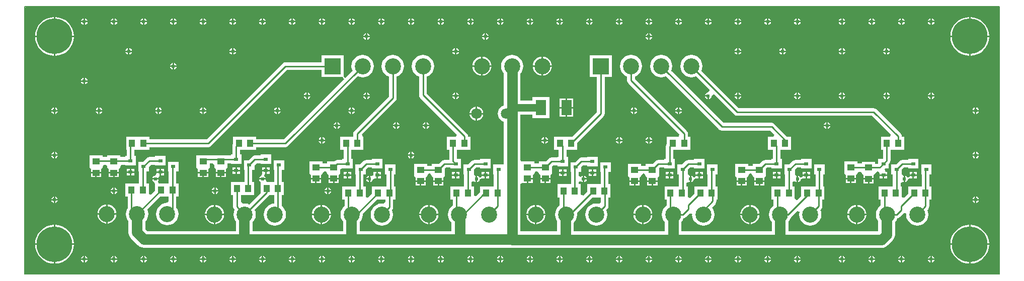
<source format=gtl>
%FSLAX25Y25*%
%MOIN*%
G70*
G01*
G75*
G04 Layer_Physical_Order=1*
G04 Layer_Color=255*
%ADD10R,0.02953X0.02362*%
%ADD11R,0.03937X0.04724*%
%ADD12R,0.04724X0.03937*%
%ADD13R,0.07087X0.09843*%
%ADD14C,0.05000*%
%ADD15C,0.01000*%
%ADD16C,0.07000*%
%ADD17C,0.00500*%
%ADD18C,0.00787*%
%ADD19C,0.10630*%
%ADD20C,0.23622*%
%ADD21C,0.07087*%
%ADD22R,0.10630X0.10630*%
%ADD23C,0.02400*%
G36*
X645669Y177165D02*
X645669Y177165D01*
Y0D01*
X0D01*
X-0Y0D01*
Y176105D01*
X1061Y177165D01*
X645669Y177165D01*
D02*
G37*
%LPC*%
G36*
X204224Y62689D02*
X201362D01*
Y60220D01*
X204224D01*
Y62689D01*
D02*
G37*
G36*
X208087D02*
X205224D01*
Y60220D01*
X208087D01*
Y62689D01*
D02*
G37*
G36*
X192413D02*
X189551D01*
Y60220D01*
X192413D01*
Y62689D01*
D02*
G37*
G36*
X196276D02*
X193413D01*
Y60220D01*
X196276D01*
Y62689D01*
D02*
G37*
G36*
X546744D02*
X543882D01*
Y60220D01*
X546744D01*
Y62689D01*
D02*
G37*
G36*
X344382Y62689D02*
X341520D01*
Y60220D01*
X344382D01*
Y62689D01*
D02*
G37*
G36*
X348244D02*
X345382D01*
Y60220D01*
X348244D01*
Y62689D01*
D02*
G37*
G36*
X550606Y62689D02*
X547744D01*
Y60220D01*
X550606D01*
Y62689D01*
D02*
G37*
G36*
X336433Y62689D02*
X333571D01*
Y60220D01*
X336433D01*
Y62689D01*
D02*
G37*
G36*
X277378Y61114D02*
X274516D01*
Y58646D01*
X277378D01*
Y61114D01*
D02*
G37*
G36*
X403437Y61114D02*
X400575D01*
Y58646D01*
X403437D01*
Y61114D01*
D02*
G37*
G36*
X265567Y61114D02*
X262705D01*
Y58646D01*
X265567D01*
Y61114D01*
D02*
G37*
G36*
X273516D02*
X270654D01*
Y58646D01*
X273516D01*
Y61114D01*
D02*
G37*
G36*
X407299Y61114D02*
X404437D01*
Y58646D01*
X407299D01*
Y61114D01*
D02*
G37*
G36*
X558555Y62492D02*
X555693D01*
Y60024D01*
X558555D01*
Y62492D01*
D02*
G37*
G36*
X562417D02*
X559555D01*
Y60024D01*
X562417D01*
Y62492D01*
D02*
G37*
G36*
X415248Y61114D02*
X412386D01*
Y58646D01*
X415248D01*
Y61114D01*
D02*
G37*
G36*
X419110D02*
X416248D01*
Y58646D01*
X419110D01*
Y61114D01*
D02*
G37*
G36*
X307595Y65051D02*
X305618D01*
Y63370D01*
X307595D01*
Y65051D01*
D02*
G37*
G36*
X568398D02*
X566421D01*
Y64958D01*
Y63370D01*
X568398D01*
Y65051D01*
D02*
G37*
G36*
X284933D02*
X282957D01*
Y63370D01*
X284933D01*
Y65051D01*
D02*
G37*
G36*
X287910D02*
X285933D01*
Y63370D01*
X287910D01*
Y65051D01*
D02*
G37*
G36*
X571374D02*
X569398D01*
Y63370D01*
X571374D01*
Y65051D01*
D02*
G37*
G36*
X216256Y65051D02*
X214280D01*
Y63370D01*
X216256D01*
Y65051D01*
D02*
G37*
G36*
X235941D02*
X233965D01*
Y63370D01*
X235941D01*
Y65051D01*
D02*
G37*
G36*
X591059Y65051D02*
X589083D01*
Y63370D01*
X591059D01*
Y65051D01*
D02*
G37*
G36*
X213280Y65051D02*
X211303D01*
Y63370D01*
X213280D01*
Y65051D01*
D02*
G37*
G36*
X512311Y65136D02*
Y62992D01*
Y60848D01*
X512669Y60920D01*
X513310Y61348D01*
X513397Y61406D01*
X513397Y61406D01*
X513883Y62134D01*
X513935Y62394D01*
X513971Y62574D01*
X515177Y63284D01*
X515182Y63285D01*
X515276Y63310D01*
X515327Y63323D01*
X515354Y63330D01*
X515393Y63340D01*
X515443Y63353D01*
X515458Y63357D01*
X515474Y63361D01*
X515482Y63363D01*
X515498Y63368D01*
X515508Y63370D01*
X515510D01*
X515510D01*
X515515D01*
X515517D01*
X515523D01*
X515526D01*
D01*
X515526D01*
X515540D01*
X515687Y63370D01*
X515799D01*
X516224Y63370D01*
X516265D01*
X517217D01*
Y65051D01*
X515240D01*
Y64807D01*
X515240Y64676D01*
X515238Y64632D01*
X515188Y64375D01*
X515148Y64283D01*
X515052Y64250D01*
X515016Y64238D01*
X514960Y64219D01*
X514951Y64215D01*
X514950Y64215D01*
X514945Y64214D01*
X514941Y64212D01*
X514794Y64162D01*
X514759Y64150D01*
X514628Y64105D01*
X514628Y64105D01*
X514624Y64105D01*
X514622Y64105D01*
X514618Y64104D01*
X514610Y64104D01*
X514563Y64102D01*
X514545Y64101D01*
X514514Y64100D01*
X514415Y64095D01*
X514401Y64095D01*
X514400Y64095D01*
X514397Y64095D01*
X514318Y64091D01*
X514244Y64088D01*
X514175Y64085D01*
X513905Y64072D01*
X513789Y64067D01*
X513778Y64066D01*
X513751Y64065D01*
X513750Y64065D01*
X513704Y64120D01*
X513630Y64230D01*
X513630Y64230D01*
X513397Y64578D01*
X512669Y65065D01*
X512311Y65136D01*
D02*
G37*
G36*
X299713D02*
Y62992D01*
Y60848D01*
X300071Y60920D01*
X300711Y61348D01*
X300799Y61406D01*
X300799Y61406D01*
X301285Y62134D01*
X301337Y62394D01*
X301373Y62574D01*
X302578Y63284D01*
X302584Y63285D01*
X302678Y63310D01*
X302729Y63323D01*
X302756Y63330D01*
X302795Y63340D01*
X302845Y63353D01*
X302859Y63357D01*
X302876Y63361D01*
X302884Y63363D01*
X302900Y63368D01*
X302910Y63370D01*
X302912D01*
X302912D01*
X302916D01*
X302919D01*
X302925D01*
X302927D01*
D01*
X302928D01*
X302942D01*
X303089Y63370D01*
X303201D01*
X303626Y63370D01*
X303667D01*
X304618D01*
Y65051D01*
X302642D01*
Y64807D01*
X302642Y64676D01*
X302640Y64632D01*
X302590Y64375D01*
X302550Y64283D01*
X302453Y64250D01*
X302417Y64238D01*
X302362Y64219D01*
X302353Y64215D01*
X302351Y64215D01*
X302347Y64214D01*
X302342Y64212D01*
X302195Y64162D01*
X302160Y64150D01*
X302030Y64105D01*
X302029Y64105D01*
X302026Y64105D01*
X302024Y64105D01*
X302020Y64104D01*
X302011Y64104D01*
X301964Y64102D01*
X301946Y64101D01*
X301916Y64100D01*
X301816Y64095D01*
X301803Y64095D01*
X301802Y64095D01*
X301798Y64095D01*
X301719Y64091D01*
X301646Y64088D01*
X301577Y64085D01*
X301306Y64072D01*
X301191Y64067D01*
X301180Y64066D01*
X301152Y64065D01*
X301151Y64065D01*
X301105Y64120D01*
X301031Y64230D01*
X301031Y64230D01*
X300799Y64578D01*
X300071Y65065D01*
X299713Y65136D01*
D02*
G37*
G36*
X227847Y62492D02*
X226203D01*
X226274Y62134D01*
X226760Y61406D01*
X227488Y60920D01*
X227847Y60848D01*
Y62492D01*
D02*
G37*
G36*
X372222D02*
X370579D01*
Y60848D01*
X370937Y60920D01*
X371665Y61406D01*
X372151Y62134D01*
X372222Y62492D01*
D02*
G37*
G36*
X583177Y65136D02*
Y62992D01*
Y60848D01*
X583536Y60920D01*
X584176Y61348D01*
X584263Y61406D01*
X584263Y61406D01*
X584750Y62134D01*
X584801Y62394D01*
X584837Y62574D01*
X586043Y63284D01*
X586049Y63285D01*
X586142Y63310D01*
X586193Y63323D01*
X586220Y63330D01*
X586259Y63340D01*
X586309Y63353D01*
X586324Y63357D01*
X586341Y63361D01*
X586348Y63363D01*
X586365Y63368D01*
X586375Y63370D01*
X586376D01*
X586377D01*
X586381D01*
X586383D01*
X586389D01*
X586392D01*
X586392D01*
X586393D01*
X586406D01*
X586553Y63370D01*
X586665D01*
X587090Y63370D01*
X587131D01*
X588083D01*
Y65051D01*
X586106D01*
Y64807D01*
X586106Y64676D01*
X586104Y64632D01*
X586054Y64375D01*
X586014Y64283D01*
X585918Y64250D01*
X585882Y64238D01*
X585827Y64219D01*
X585817Y64215D01*
X585816Y64215D01*
X585812Y64214D01*
X585807Y64212D01*
X585660Y64162D01*
X585625Y64150D01*
X585494Y64105D01*
X585494Y64105D01*
X585490Y64105D01*
X585488Y64105D01*
X585485Y64105D01*
X585476Y64104D01*
X585429Y64102D01*
X585411Y64101D01*
X585380Y64100D01*
X585281Y64095D01*
X585268Y64095D01*
X585267Y64095D01*
X585263Y64095D01*
X585184Y64091D01*
X585111Y64088D01*
X585042Y64085D01*
X584771Y64072D01*
X584655Y64067D01*
X584645Y64066D01*
X584617Y64065D01*
X584616Y64065D01*
X584570Y64120D01*
X584496Y64230D01*
D01*
X584263Y64578D01*
X583536Y65065D01*
X583177Y65136D01*
D02*
G37*
G36*
X520193Y65051D02*
X518217D01*
Y63370D01*
X520193D01*
Y65051D01*
D02*
G37*
G36*
X441445Y65136D02*
Y62992D01*
Y60848D01*
X441803Y60920D01*
X442444Y61348D01*
X442531Y61406D01*
X442531Y61406D01*
X443017Y62134D01*
X443069Y62394D01*
X443105Y62574D01*
X444311Y63284D01*
X444316Y63285D01*
X444410Y63310D01*
X444461Y63323D01*
X444488Y63330D01*
X444527Y63340D01*
X444577Y63353D01*
X444592Y63357D01*
X444608Y63361D01*
X444616Y63363D01*
X444632Y63368D01*
X444642Y63370D01*
X444644D01*
X444644D01*
X444649D01*
X444651D01*
X444657D01*
X444660D01*
X444660D01*
X444660D01*
X444674D01*
X444821Y63370D01*
X444933D01*
X445358Y63370D01*
X445399D01*
X446350D01*
Y65051D01*
X444374D01*
Y64807D01*
X444374Y64676D01*
X444372Y64632D01*
X444322Y64375D01*
X444282Y64283D01*
X444186Y64250D01*
X444150Y64238D01*
X444094Y64219D01*
X444085Y64215D01*
X444083Y64215D01*
X444079Y64214D01*
X444075Y64212D01*
X443927Y64162D01*
X443893Y64150D01*
X443762Y64105D01*
X443762Y64105D01*
X443758Y64105D01*
X443756Y64105D01*
X443752Y64105D01*
X443744Y64104D01*
X443697Y64102D01*
X443679Y64101D01*
X443648Y64100D01*
X443549Y64095D01*
X443535Y64095D01*
X443534Y64095D01*
X443531Y64095D01*
X443451Y64091D01*
X443378Y64088D01*
X443309Y64085D01*
X443039Y64072D01*
X442923Y64067D01*
X442912Y64066D01*
X442884Y64065D01*
X442883Y64065D01*
X442837Y64120D01*
X442764Y64230D01*
Y64230D01*
X442531Y64578D01*
X441803Y65065D01*
X441445Y65136D01*
D02*
G37*
G36*
X497532Y65051D02*
X495555D01*
Y63370D01*
X497532D01*
Y65051D01*
D02*
G37*
G36*
X500508D02*
X498532D01*
Y63370D01*
X500508D01*
Y65051D01*
D02*
G37*
G36*
X19185Y48713D02*
X17541D01*
X17613Y48354D01*
X18099Y47627D01*
X18827Y47140D01*
X19185Y47069D01*
Y48713D01*
D02*
G37*
G36*
X21829D02*
X20185D01*
Y47069D01*
X20543Y47140D01*
X21271Y47627D01*
X21757Y48354D01*
X21829Y48713D01*
D02*
G37*
G36*
X53909Y46068D02*
X52761Y45916D01*
X51225Y45280D01*
X49906Y44268D01*
X48893Y42949D01*
X48257Y41412D01*
X48106Y40264D01*
X53909D01*
Y46068D01*
D02*
G37*
G36*
X54909D02*
Y40264D01*
X60713D01*
X60562Y41412D01*
X59926Y42949D01*
X58913Y44268D01*
X57594Y45280D01*
X56058Y45916D01*
X54909Y46068D01*
D02*
G37*
G36*
X629421Y48713D02*
X627778D01*
X627849Y48354D01*
X628335Y47627D01*
X629063Y47140D01*
X629421Y47069D01*
Y48713D01*
D02*
G37*
G36*
X20185Y51356D02*
Y49713D01*
X21829D01*
X21757Y50071D01*
X21271Y50799D01*
X20543Y51285D01*
X20185Y51356D01*
D02*
G37*
G36*
X629421D02*
X629063Y51285D01*
X628335Y50799D01*
X627849Y50071D01*
X627778Y49713D01*
X629421D01*
Y51356D01*
D02*
G37*
G36*
X632065Y48713D02*
X630421D01*
Y47069D01*
X630780Y47140D01*
X631507Y47627D01*
X631994Y48354D01*
X632065Y48713D01*
D02*
G37*
G36*
X19185Y51356D02*
X18827Y51285D01*
X18099Y50799D01*
X17613Y50071D01*
X17541Y49713D01*
X19185D01*
Y51356D01*
D02*
G37*
G36*
X339083Y45674D02*
Y39870D01*
X344886D01*
X344735Y41019D01*
X344099Y42555D01*
X343087Y43874D01*
X341768Y44886D01*
X340231Y45523D01*
X339083Y45674D01*
D02*
G37*
G36*
X408949D02*
X407800Y45523D01*
X406264Y44886D01*
X404945Y43874D01*
X403933Y42555D01*
X403297Y41019D01*
X403145Y39870D01*
X408949D01*
Y45674D01*
D02*
G37*
G36*
X268217D02*
Y39870D01*
X274020D01*
X273869Y41019D01*
X273233Y42555D01*
X272220Y43874D01*
X270901Y44886D01*
X269365Y45523D01*
X268217Y45674D01*
D02*
G37*
G36*
X338083D02*
X336934Y45523D01*
X335398Y44886D01*
X334079Y43874D01*
X333067Y42555D01*
X332430Y41019D01*
X332279Y39870D01*
X338083D01*
Y45674D01*
D02*
G37*
G36*
X409949D02*
Y39870D01*
X415753D01*
X415601Y41019D01*
X414965Y42555D01*
X413953Y43874D01*
X412634Y44886D01*
X411097Y45523D01*
X409949Y45674D01*
D02*
G37*
G36*
X550681D02*
X549533Y45523D01*
X547997Y44886D01*
X546677Y43874D01*
X545665Y42555D01*
X545029Y41019D01*
X544877Y39870D01*
X550681D01*
Y45674D01*
D02*
G37*
G36*
X551681D02*
Y39870D01*
X557485D01*
X557334Y41019D01*
X556697Y42555D01*
X555685Y43874D01*
X554366Y44886D01*
X552830Y45523D01*
X551681Y45674D01*
D02*
G37*
G36*
X479815D02*
X478666Y45523D01*
X477130Y44886D01*
X475811Y43874D01*
X474799Y42555D01*
X474163Y41019D01*
X474011Y39870D01*
X479815D01*
Y45674D01*
D02*
G37*
G36*
X480815D02*
Y39870D01*
X486619D01*
X486467Y41019D01*
X485831Y42555D01*
X484819Y43874D01*
X483500Y44886D01*
X481964Y45523D01*
X480815Y45674D01*
D02*
G37*
G36*
X200287Y57262D02*
X199929Y57191D01*
X199201Y56704D01*
X198715Y55976D01*
X198644Y55618D01*
X200287D01*
Y57262D01*
D02*
G37*
G36*
X201287D02*
Y55618D01*
X202931D01*
X202860Y55976D01*
X202374Y56704D01*
X201646Y57191D01*
X201287Y57262D01*
D02*
G37*
G36*
X125484D02*
X125126Y57191D01*
X124398Y56704D01*
X123912Y55976D01*
X123841Y55618D01*
X125484D01*
Y57262D01*
D02*
G37*
G36*
X126484D02*
Y55618D01*
X128128D01*
X128057Y55976D01*
X127570Y56704D01*
X126843Y57191D01*
X126484Y57262D01*
D02*
G37*
G36*
X474303Y61114D02*
X471441D01*
Y58646D01*
X474303D01*
Y61114D01*
D02*
G37*
G36*
X489976D02*
X487114D01*
Y58646D01*
X489976D01*
Y61114D01*
D02*
G37*
G36*
X261705Y61114D02*
X258843D01*
Y58646D01*
X261705D01*
Y61114D01*
D02*
G37*
G36*
X478165Y61114D02*
X475303D01*
Y58646D01*
X478165D01*
Y61114D01*
D02*
G37*
G36*
X486114D02*
X483252D01*
Y58646D01*
X486114D01*
Y61114D01*
D02*
G37*
G36*
X61199Y54618D02*
X59555D01*
Y52974D01*
X59913Y53046D01*
X60641Y53532D01*
X61128Y54260D01*
X61199Y54618D01*
D02*
G37*
G36*
X125484D02*
X123841D01*
X123912Y54260D01*
X124398Y53532D01*
X125126Y53046D01*
X125484Y52974D01*
Y54618D01*
D02*
G37*
G36*
X630421Y51356D02*
Y49713D01*
X632065D01*
X631994Y50071D01*
X631507Y50799D01*
X630780Y51285D01*
X630421Y51356D01*
D02*
G37*
G36*
X58555Y54618D02*
X56911D01*
X56983Y54260D01*
X57469Y53532D01*
X58197Y53046D01*
X58555Y52974D01*
Y54618D01*
D02*
G37*
G36*
X128128D02*
X126484D01*
Y52974D01*
X126843Y53046D01*
X127570Y53532D01*
X128057Y54260D01*
X128128Y54618D01*
D02*
G37*
G36*
X58555Y57262D02*
X58197Y57191D01*
X57469Y56704D01*
X56983Y55976D01*
X56911Y55618D01*
X58555D01*
Y57262D01*
D02*
G37*
G36*
X59555D02*
Y55618D01*
X61199D01*
X61128Y55976D01*
X60641Y56704D01*
X59913Y57191D01*
X59555Y57262D01*
D02*
G37*
G36*
X200287Y54618D02*
X198644D01*
X198715Y54260D01*
X199201Y53532D01*
X199929Y53046D01*
X200287Y52974D01*
Y54618D01*
D02*
G37*
G36*
X202931D02*
X201287D01*
Y52974D01*
X201646Y53046D01*
X202374Y53532D01*
X202860Y54260D01*
X202931Y54618D01*
D02*
G37*
G36*
X69579Y69701D02*
X67602D01*
Y68020D01*
X69579D01*
Y69701D01*
D02*
G37*
G36*
X72555D02*
X70579D01*
Y68020D01*
X72555D01*
Y69701D01*
D02*
G37*
G36*
X375484Y69307D02*
X373508D01*
Y67626D01*
X375484D01*
Y69307D01*
D02*
G37*
G36*
X378461D02*
X376484D01*
Y67626D01*
X378461D01*
Y69307D01*
D02*
G37*
G36*
X89264Y69701D02*
X87287D01*
Y68020D01*
X89264D01*
Y69701D01*
D02*
G37*
G36*
X142453Y70701D02*
X140476D01*
Y69020D01*
X142453D01*
Y70701D01*
D02*
G37*
G36*
X159161D02*
X157185D01*
Y69020D01*
X159161D01*
Y70701D01*
D02*
G37*
G36*
X92240Y69701D02*
X90264D01*
Y68020D01*
X92240D01*
Y69701D01*
D02*
G37*
G36*
X139476Y70701D02*
X137500D01*
Y69020D01*
X139476D01*
Y70701D01*
D02*
G37*
G36*
X446350Y67732D02*
X444374D01*
Y66051D01*
X446350D01*
Y67732D01*
D02*
G37*
G36*
X449327D02*
X447351D01*
Y66051D01*
X449327D01*
Y67732D01*
D02*
G37*
G36*
X426665D02*
X424689D01*
Y66051D01*
X426665D01*
Y67732D01*
D02*
G37*
G36*
X429642D02*
X427665D01*
Y66051D01*
X429642D01*
Y67732D01*
D02*
G37*
G36*
X139476Y68020D02*
X137500D01*
Y66339D01*
X139476D01*
Y68020D01*
D02*
G37*
G36*
X355799Y69307D02*
X353823D01*
Y67626D01*
X355799D01*
Y69307D01*
D02*
G37*
G36*
X358776D02*
X356799D01*
Y67626D01*
X358776D01*
Y69307D01*
D02*
G37*
G36*
X142453Y68020D02*
X140476D01*
Y66339D01*
X142453D01*
Y68020D01*
D02*
G37*
G36*
X162138D02*
X160161D01*
Y66339D01*
X162138D01*
Y68020D01*
D02*
G37*
G36*
X629421Y78240D02*
X627778D01*
X627849Y77882D01*
X628335Y77154D01*
X629063Y76668D01*
X629421Y76596D01*
Y78240D01*
D02*
G37*
G36*
X632065D02*
X630421D01*
Y76596D01*
X630780Y76668D01*
X631507Y77154D01*
X631994Y77882D01*
X632065Y78240D01*
D02*
G37*
G36*
X255405D02*
X253762D01*
X253833Y77882D01*
X254319Y77154D01*
X255047Y76668D01*
X255405Y76596D01*
Y78240D01*
D02*
G37*
G36*
X258049D02*
X256405D01*
Y76596D01*
X256764Y76668D01*
X257492Y77154D01*
X257978Y77882D01*
X258049Y78240D01*
D02*
G37*
G36*
X19185Y80884D02*
X18827Y80813D01*
X18099Y80326D01*
X17613Y79599D01*
X17541Y79240D01*
X19185D01*
Y80884D01*
D02*
G37*
G36*
X256405D02*
Y79240D01*
X258049D01*
X257978Y79599D01*
X257492Y80326D01*
X256764Y80813D01*
X256405Y80884D01*
D02*
G37*
G36*
X629421D02*
X629063Y80813D01*
X628335Y80326D01*
X627849Y79599D01*
X627778Y79240D01*
X629421D01*
Y80884D01*
D02*
G37*
G36*
X20185D02*
Y79240D01*
X21829D01*
X21757Y79599D01*
X21271Y80326D01*
X20543Y80813D01*
X20185Y80884D01*
D02*
G37*
G36*
X255405D02*
X255047Y80813D01*
X254319Y80326D01*
X253833Y79599D01*
X253762Y79240D01*
X255405D01*
Y80884D01*
D02*
G37*
G36*
X421575Y145173D02*
X419665Y144922D01*
X417886Y144185D01*
X416358Y143012D01*
X415185Y141484D01*
X414448Y139705D01*
X414197Y137795D01*
X414448Y135886D01*
X415185Y134106D01*
X416358Y132578D01*
X417886Y131406D01*
X419665Y130669D01*
X421575Y130417D01*
X423484Y130669D01*
X424624Y131141D01*
X459968Y95798D01*
X460795Y95245D01*
X461770Y95051D01*
X493744D01*
X496433Y92362D01*
X495859Y90976D01*
X492291D01*
Y82252D01*
X495483D01*
Y76213D01*
X494555D01*
Y75581D01*
X490551D01*
X489576Y75387D01*
X488749Y74834D01*
X486978Y73063D01*
X482252D01*
Y71644D01*
X479165D01*
Y73063D01*
X470441D01*
Y65668D01*
X470441Y65432D01*
Y65126D01*
Y65126D01*
X471441Y64040D01*
X471441Y63626D01*
Y62114D01*
X478165D01*
Y63626D01*
X478165Y64040D01*
X479165Y65126D01*
Y65126D01*
Y65126D01*
X479165Y65126D01*
X480022Y66271D01*
X480302Y66546D01*
X481115D01*
X481687Y65985D01*
X482252Y65126D01*
X483252Y64040D01*
X483252Y63626D01*
Y62114D01*
X489976D01*
Y63626D01*
X489977Y64040D01*
X490976Y65126D01*
D01*
Y65432D01*
X490976Y65668D01*
Y69852D01*
X491607Y70483D01*
X494555D01*
Y69850D01*
X501508D01*
Y76213D01*
X500581D01*
Y82252D01*
X507709D01*
Y90976D01*
X505028D01*
X496602Y99402D01*
X495776Y99955D01*
X494800Y100149D01*
X462826D01*
X428229Y134746D01*
X428701Y135886D01*
X428953Y137795D01*
X428701Y139705D01*
X427964Y141484D01*
X426792Y143012D01*
X425264Y144185D01*
X423484Y144922D01*
X421575Y145173D01*
D02*
G37*
G36*
X263779D02*
X261870Y144922D01*
X260090Y144185D01*
X258562Y143012D01*
X257390Y141484D01*
X256653Y139705D01*
X256401Y137795D01*
X256653Y135886D01*
X257390Y134106D01*
X258562Y132578D01*
X260090Y131406D01*
X261230Y130933D01*
Y118520D01*
X261425Y117545D01*
X261977Y116718D01*
X286333Y92362D01*
X285759Y90976D01*
X279693D01*
Y82252D01*
X281113D01*
Y75581D01*
X277953D01*
X276977Y75387D01*
X276150Y74834D01*
X274379Y73063D01*
X269654D01*
Y71644D01*
X266567D01*
Y73063D01*
X257843D01*
Y65668D01*
X257843Y65432D01*
Y65126D01*
Y65126D01*
X258843Y64040D01*
X258843Y63626D01*
Y62114D01*
X265567D01*
Y63626D01*
X265567Y64040D01*
X266567Y65126D01*
Y65126D01*
Y65126D01*
X266567Y65126D01*
X267424Y66271D01*
X267704Y66546D01*
X268517D01*
X269089Y65985D01*
X269654Y65126D01*
X270654Y64040D01*
X270654Y63626D01*
Y62114D01*
X277378D01*
Y63626D01*
X277378Y64040D01*
X278378Y65126D01*
D01*
Y65432D01*
X278378Y65668D01*
Y69852D01*
X279009Y70483D01*
X281957D01*
Y69850D01*
X288910D01*
Y76213D01*
X286210D01*
Y82252D01*
X295110D01*
Y90976D01*
X293691D01*
Y91158D01*
X293497Y92134D01*
X292944Y92961D01*
X266329Y119576D01*
Y130933D01*
X267469Y131406D01*
X268997Y132578D01*
X270169Y134106D01*
X270906Y135886D01*
X271158Y137795D01*
X270906Y139705D01*
X270169Y141484D01*
X268997Y143012D01*
X267469Y144185D01*
X265689Y144922D01*
X263779Y145173D01*
D02*
G37*
G36*
X162138Y70701D02*
X160161D01*
Y69020D01*
X162138D01*
Y70701D01*
D02*
G37*
G36*
X322835Y145173D02*
X320925Y144922D01*
X319146Y144185D01*
X317618Y143012D01*
X316445Y141484D01*
X315708Y139705D01*
X315457Y137795D01*
X315708Y135886D01*
X316445Y134106D01*
X317287Y133009D01*
Y111632D01*
X316102Y111141D01*
X314944Y110253D01*
X314056Y109095D01*
X313497Y107746D01*
X313306Y106299D01*
X313497Y104852D01*
X314056Y103504D01*
X314944Y102346D01*
X316102Y101457D01*
X317287Y100966D01*
Y73960D01*
X317256Y72473D01*
X310303D01*
Y66110D01*
X310640D01*
Y57906D01*
X301740D01*
Y54145D01*
X298858Y51263D01*
X297473Y51837D01*
Y57906D01*
X296053D01*
Y61061D01*
X297553Y61516D01*
X297626Y61406D01*
X298354Y60920D01*
X298713Y60848D01*
Y62992D01*
Y65136D01*
X298663Y65126D01*
X297756Y66024D01*
X297571Y66322D01*
Y69163D01*
X298890Y70483D01*
X301642D01*
Y69850D01*
X308595D01*
Y76213D01*
X301642D01*
Y75581D01*
X297835D01*
X296859Y75387D01*
X296032Y74834D01*
X293671Y72473D01*
X290618D01*
Y66110D01*
X290955D01*
Y57906D01*
X282055D01*
Y49181D01*
X283475D01*
Y45336D01*
X282500Y44587D01*
X281327Y43059D01*
X280590Y41280D01*
X280339Y39370D01*
X280590Y37461D01*
X281327Y35681D01*
X282500Y34153D01*
X282553Y34112D01*
Y28413D01*
X221948D01*
Y34407D01*
X222925Y35681D01*
X223662Y37461D01*
X223914Y39370D01*
X223864Y39747D01*
X233298Y49181D01*
X238841D01*
X238853Y47681D01*
X237487Y46623D01*
X236536Y46748D01*
X234626Y46497D01*
X232846Y45760D01*
X231318Y44587D01*
X230146Y43059D01*
X229409Y41280D01*
X229157Y39370D01*
X229409Y37461D01*
X230146Y35681D01*
X231318Y34153D01*
X232846Y32980D01*
X234626Y32243D01*
X236536Y31992D01*
X238445Y32243D01*
X240225Y32980D01*
X241753Y34153D01*
X242925Y35681D01*
X243662Y37461D01*
X243914Y39370D01*
X243662Y41280D01*
X243190Y42420D01*
X243338Y42568D01*
X243891Y43395D01*
X244085Y44370D01*
Y49181D01*
X245504D01*
Y57906D01*
X244675D01*
Y66110D01*
X245602D01*
Y72473D01*
X238650D01*
Y66110D01*
X239577D01*
Y57906D01*
X230087D01*
Y53180D01*
X227319Y50412D01*
X225819Y51033D01*
Y57906D01*
X224399D01*
Y66110D01*
X225917D01*
Y69163D01*
X227237Y70483D01*
X229988D01*
Y69850D01*
X236941D01*
Y76213D01*
X229988D01*
Y75581D01*
X226181D01*
X225206Y75387D01*
X224379Y74834D01*
X222017Y72473D01*
X218965D01*
Y66110D01*
X219302D01*
Y57906D01*
X210402D01*
Y49181D01*
X211821D01*
Y44973D01*
X211318Y44587D01*
X210146Y43059D01*
X209409Y41280D01*
X209157Y39370D01*
X209409Y37461D01*
X210146Y35681D01*
X210853Y34760D01*
Y28413D01*
X150947D01*
Y34233D01*
X152059Y35681D01*
X152796Y37461D01*
X153047Y39370D01*
X152796Y41280D01*
X152324Y42420D01*
X162054Y52150D01*
X165183D01*
Y46684D01*
X163760Y46497D01*
X161980Y45760D01*
X160452Y44587D01*
X159280Y43059D01*
X158543Y41280D01*
X158291Y39370D01*
X158543Y37461D01*
X159280Y35681D01*
X160452Y34153D01*
X161980Y32980D01*
X163760Y32243D01*
X165669Y31992D01*
X167579Y32243D01*
X169358Y32980D01*
X170886Y34153D01*
X172059Y35681D01*
X172796Y37461D01*
X173047Y39370D01*
X172796Y41280D01*
X172059Y43059D01*
X170886Y44587D01*
X170281Y45052D01*
Y52150D01*
X171701D01*
Y60874D01*
X170281D01*
Y69079D01*
X171799D01*
Y75441D01*
X164847D01*
Y69079D01*
X165183D01*
Y60874D01*
X160515D01*
X159996Y61553D01*
X159600Y62374D01*
X159624Y62492D01*
X155337D01*
X155408Y62134D01*
X155894Y61406D01*
X156283Y60874D01*
X156283D01*
Y53589D01*
X148719Y46025D01*
X147579Y46497D01*
X145669Y46748D01*
X144616Y46610D01*
X143116Y47725D01*
Y52150D01*
X152016D01*
Y60874D01*
X150596D01*
Y69079D01*
X152114D01*
Y72132D01*
X153434Y73451D01*
X156185D01*
Y72819D01*
X163138D01*
Y79181D01*
X156185D01*
Y78549D01*
X152378D01*
X151403Y78355D01*
X150576Y77802D01*
X148214Y75441D01*
X145161D01*
Y69079D01*
X145498D01*
Y60874D01*
X136599D01*
Y52150D01*
X138018D01*
Y44473D01*
X138212Y43497D01*
X138765Y42670D01*
X139015Y42420D01*
X138543Y41280D01*
X138291Y39370D01*
X138543Y37461D01*
X139280Y35681D01*
X139852Y34935D01*
Y28413D01*
X81233D01*
X79848Y29798D01*
Y34835D01*
X80799Y36075D01*
X81536Y37854D01*
X81788Y39764D01*
X81536Y41673D01*
X81122Y42674D01*
X89597Y51150D01*
X95286D01*
Y47910D01*
X94410Y47142D01*
X92500Y46891D01*
X90720Y46153D01*
X89192Y44981D01*
X88020Y43453D01*
X87283Y41673D01*
X87031Y39764D01*
X87283Y37854D01*
X88020Y36075D01*
X89192Y34547D01*
X90720Y33374D01*
X92500Y32637D01*
X94410Y32386D01*
X96319Y32637D01*
X98099Y33374D01*
X99627Y34547D01*
X100799Y36075D01*
X101536Y37854D01*
X101788Y39764D01*
X101536Y41673D01*
X100799Y43453D01*
X100384Y43994D01*
Y51150D01*
X101803D01*
Y59874D01*
X100384D01*
Y68079D01*
X101902D01*
Y74441D01*
X94949D01*
Y68079D01*
X95286D01*
Y59874D01*
X88608D01*
X88152Y61374D01*
X88200Y61406D01*
X88687Y62134D01*
X88758Y62492D01*
X84470D01*
X84542Y62134D01*
X85028Y61406D01*
X85577Y61039D01*
X86013Y60411D01*
X86386Y59674D01*
X86386Y59291D01*
Y55148D01*
X83618Y52380D01*
X82118Y53002D01*
Y59874D01*
X80699D01*
Y68079D01*
X82217D01*
Y71131D01*
X83536Y72451D01*
X86287D01*
Y71819D01*
X93240D01*
Y78181D01*
X86287D01*
Y77549D01*
X82480D01*
X81505Y77355D01*
X80678Y76802D01*
X78316Y74441D01*
X75264D01*
Y68079D01*
X75601D01*
Y59874D01*
X66701D01*
Y51150D01*
X68120D01*
Y43584D01*
X68020Y43453D01*
X67283Y41673D01*
X67031Y39764D01*
X67283Y37854D01*
X68020Y36075D01*
X68752Y35120D01*
Y27500D01*
X68942Y26064D01*
X69496Y24726D01*
X70377Y23577D01*
X75012Y18943D01*
X75012Y18943D01*
X76161Y18061D01*
X77499Y17507D01*
X78935Y17318D01*
X322404D01*
X322900Y17253D01*
X322900Y17253D01*
X567600D01*
X569036Y17442D01*
X570374Y17996D01*
X571523Y18877D01*
X574823Y22177D01*
X574823Y22177D01*
X575704Y23326D01*
X576258Y24664D01*
X576447Y26100D01*
Y34217D01*
X577571Y35681D01*
X578077Y36902D01*
X578646Y37015D01*
X579472Y37568D01*
X582444Y40539D01*
X582610Y40531D01*
X583868Y39860D01*
X583803Y39370D01*
X584055Y37461D01*
X584792Y35681D01*
X585964Y34153D01*
X587492Y32980D01*
X589272Y32243D01*
X591181Y31992D01*
X593091Y32243D01*
X594870Y32980D01*
X596398Y34153D01*
X597571Y35681D01*
X598308Y37461D01*
X598559Y39370D01*
X598308Y41280D01*
X597836Y42420D01*
X598456Y43040D01*
X599009Y43867D01*
X599203Y44843D01*
Y49181D01*
X600622D01*
Y57906D01*
X599203D01*
Y66110D01*
X600721D01*
Y72473D01*
X593768D01*
Y66110D01*
X594105D01*
Y57906D01*
X585205D01*
Y53180D01*
X582437Y50412D01*
X580937Y51033D01*
Y57906D01*
X580108D01*
Y60383D01*
X581608Y61061D01*
X581819Y60920D01*
X582177Y60848D01*
Y62992D01*
Y65136D01*
X582128Y65126D01*
X581221Y66024D01*
X581036Y66322D01*
Y69163D01*
X582355Y70483D01*
X585106D01*
Y69850D01*
X592059D01*
Y76213D01*
X585106D01*
Y75581D01*
X581299D01*
X580324Y75387D01*
X579497Y74834D01*
X577135Y72473D01*
X574083D01*
Y66110D01*
X575010D01*
Y57906D01*
X565520D01*
Y49181D01*
X566939D01*
Y45336D01*
X565964Y44587D01*
X564792Y43059D01*
X564054Y41280D01*
X563803Y39370D01*
X564054Y37461D01*
X564792Y35681D01*
X565352Y34950D01*
Y28398D01*
X565302Y28348D01*
X505863D01*
Y34584D01*
X506705Y35681D01*
X507442Y37461D01*
X507454Y37556D01*
X507473Y37568D01*
X511478Y41573D01*
X513058Y41263D01*
X513170Y41144D01*
X512937Y39370D01*
X513188Y37461D01*
X513925Y35681D01*
X515098Y34153D01*
X516626Y32980D01*
X518405Y32243D01*
X520315Y31992D01*
X522225Y32243D01*
X524004Y32980D01*
X525532Y34153D01*
X526705Y35681D01*
X527442Y37461D01*
X527693Y39370D01*
X527442Y41280D01*
X526969Y42420D01*
X527590Y43040D01*
X528142Y43867D01*
X528336Y44843D01*
Y49181D01*
X529756D01*
Y57906D01*
X528927D01*
Y66110D01*
X529854D01*
Y72473D01*
X522902D01*
Y66110D01*
X523829D01*
Y57906D01*
X514339D01*
Y51644D01*
X511676Y48981D01*
X511601Y48977D01*
X511350Y48963D01*
X510071Y50066D01*
X510071Y50550D01*
Y50644D01*
Y50644D01*
Y57906D01*
X508651D01*
Y61061D01*
X510151Y61516D01*
X510225Y61406D01*
X510953Y60920D01*
X511311Y60848D01*
Y62992D01*
Y65136D01*
X511262Y65126D01*
X510355Y66024D01*
X510169Y66322D01*
Y69163D01*
X511489Y70483D01*
X514240D01*
Y69850D01*
X521193D01*
Y76213D01*
X514240D01*
Y75581D01*
X510433D01*
X509458Y75387D01*
X508631Y74834D01*
X506269Y72473D01*
X503217D01*
Y66110D01*
X503553D01*
Y57906D01*
X494654D01*
Y49181D01*
X496073D01*
Y45336D01*
X495098Y44587D01*
X493925Y43059D01*
X493188Y41280D01*
X492937Y39370D01*
X493188Y37461D01*
X493925Y35681D01*
X494768Y34584D01*
Y28348D01*
X435047D01*
Y34650D01*
X435839Y35681D01*
X436332Y36873D01*
X437046Y37015D01*
X437873Y37568D01*
X440692Y40387D01*
X442112Y39686D01*
X442071Y39370D01*
X442322Y37461D01*
X443059Y35681D01*
X444232Y34153D01*
X445760Y32980D01*
X447539Y32243D01*
X449449Y31992D01*
X451359Y32243D01*
X453138Y32980D01*
X454666Y34153D01*
X455838Y35681D01*
X456576Y37461D01*
X456827Y39370D01*
X456576Y41280D01*
X455838Y43059D01*
X455112Y44007D01*
X457502Y46398D01*
X458055Y47225D01*
X458249Y48200D01*
Y49181D01*
X458890D01*
Y57906D01*
X457470D01*
Y66110D01*
X458988D01*
Y72473D01*
X452036D01*
Y66110D01*
X452372D01*
Y57906D01*
X443472D01*
Y53180D01*
X440705Y50412D01*
X439205Y51033D01*
Y57906D01*
X438376D01*
Y60383D01*
X439876Y61061D01*
X440087Y60920D01*
X440445Y60848D01*
Y62992D01*
Y65136D01*
X440395Y65126D01*
X439488Y66024D01*
X439303Y66322D01*
Y69163D01*
X440623Y70483D01*
X443374D01*
Y69850D01*
X450327D01*
Y76213D01*
X443374D01*
Y75581D01*
X439567D01*
X438591Y75387D01*
X437765Y74834D01*
X435403Y72473D01*
X432350D01*
Y66110D01*
X433278D01*
Y57906D01*
X423787D01*
Y49181D01*
X425207D01*
Y45336D01*
X424232Y44587D01*
X423059Y43059D01*
X422322Y41280D01*
X422071Y39370D01*
X422322Y37461D01*
X423059Y35681D01*
X423952Y34517D01*
Y28348D01*
X363648D01*
Y34036D01*
X363800Y34153D01*
X364972Y35681D01*
X365709Y37461D01*
X365961Y39370D01*
X365783Y40721D01*
X375817Y50756D01*
X381651D01*
Y47640D01*
X381115Y47111D01*
X380151Y46542D01*
X378583Y46748D01*
X376673Y46497D01*
X374894Y45760D01*
X373366Y44587D01*
X372193Y43059D01*
X371456Y41280D01*
X371205Y39370D01*
X371456Y37461D01*
X372193Y35681D01*
X373366Y34153D01*
X374894Y32980D01*
X376673Y32243D01*
X378583Y31992D01*
X380492Y32243D01*
X382272Y32980D01*
X383800Y34153D01*
X384972Y35681D01*
X385709Y37461D01*
X385961Y39370D01*
X385709Y41280D01*
X385237Y42420D01*
X386002Y43185D01*
X386555Y44012D01*
X386749Y44987D01*
Y50756D01*
X388024D01*
Y59480D01*
X386604D01*
Y67685D01*
X388122D01*
Y74047D01*
X381169D01*
Y67685D01*
X381506D01*
Y59480D01*
X372606D01*
Y54755D01*
X369839Y51987D01*
X368339Y52608D01*
Y59480D01*
X366919D01*
Y61061D01*
X368419Y61516D01*
X368493Y61406D01*
X369220Y60920D01*
X369579Y60848D01*
Y62992D01*
Y65136D01*
X369220Y65065D01*
X368493Y64578D01*
X368419Y64468D01*
X366919Y64923D01*
Y67685D01*
X368437D01*
Y70738D01*
X369757Y72057D01*
X372508D01*
Y71425D01*
X379461D01*
Y77788D01*
X372508D01*
Y77155D01*
X368701D01*
X367725Y76961D01*
X366898Y76409D01*
X364537Y74047D01*
X361484D01*
Y67685D01*
X361821D01*
Y59480D01*
X352921D01*
Y50756D01*
X354341D01*
Y45336D01*
X353366Y44587D01*
X352193Y43059D01*
X351456Y41280D01*
X351205Y39370D01*
X351456Y37461D01*
X352193Y35681D01*
X352553Y35213D01*
Y28348D01*
X328382D01*
Y59802D01*
X329709Y60220D01*
X329882Y60220D01*
X332571D01*
Y63189D01*
X333071D01*
Y63689D01*
X336433D01*
Y65201D01*
X336433Y65615D01*
X337433Y66701D01*
Y66701D01*
Y66701D01*
X337433Y66701D01*
X338290Y67846D01*
X338570Y68120D01*
X339383D01*
X339955Y67560D01*
X340520Y66701D01*
X341520Y65615D01*
X341520Y65201D01*
Y63689D01*
X348244D01*
Y65201D01*
X348244Y65615D01*
X349244Y66701D01*
D01*
Y67007D01*
X349244Y67243D01*
Y71427D01*
X349875Y72057D01*
X352823D01*
Y71425D01*
X359776D01*
Y77788D01*
X358848D01*
Y82252D01*
X365976D01*
Y86978D01*
X383377Y104379D01*
X383930Y105206D01*
X384124Y106181D01*
Y130480D01*
X388890D01*
Y145110D01*
X374260D01*
Y130480D01*
X379026D01*
Y107237D01*
X362765Y90976D01*
X350559D01*
Y82252D01*
X353750D01*
Y77788D01*
X352823D01*
Y77155D01*
X348819D01*
X347844Y76961D01*
X347017Y76409D01*
X345246Y74638D01*
X340520D01*
Y73218D01*
X337433D01*
Y74638D01*
X329882D01*
X328709Y74638D01*
X328382Y76003D01*
Y105648D01*
X336386D01*
Y103315D01*
X347472D01*
Y117157D01*
X336386D01*
Y114824D01*
X328382D01*
Y133009D01*
X329224Y134106D01*
X329961Y135886D01*
X330213Y137795D01*
X329961Y139705D01*
X329224Y141484D01*
X328052Y143012D01*
X326524Y144185D01*
X324744Y144922D01*
X322835Y145173D01*
D02*
G37*
G36*
X401575D02*
X399665Y144922D01*
X397886Y144185D01*
X396358Y143012D01*
X395185Y141484D01*
X394448Y139705D01*
X394197Y137795D01*
X394448Y135886D01*
X395185Y134106D01*
X396358Y132578D01*
X397886Y131406D01*
X399026Y130933D01*
Y128225D01*
X399220Y127250D01*
X399772Y126423D01*
X433719Y92476D01*
X433097Y90976D01*
X425362D01*
Y86250D01*
X424811Y85424D01*
X424616Y84449D01*
Y76213D01*
X423689D01*
Y75581D01*
X419685D01*
X418710Y75387D01*
X417883Y74834D01*
X416112Y73063D01*
X411386D01*
Y71644D01*
X408299D01*
Y73063D01*
X399575D01*
Y65668D01*
X399575Y65432D01*
Y65126D01*
Y65126D01*
X400575Y64040D01*
X400575Y63626D01*
Y62114D01*
X407299D01*
Y63626D01*
X407299Y64040D01*
X408299Y65126D01*
Y65126D01*
Y65126D01*
X408299Y65126D01*
X409156Y66271D01*
X409436Y66546D01*
X410249D01*
X410821Y65986D01*
X411386Y65126D01*
X412386Y64040D01*
X412386Y63626D01*
Y62114D01*
X419110D01*
Y63626D01*
X419110Y64040D01*
X420110Y65126D01*
D01*
Y65432D01*
X420110Y65668D01*
Y69852D01*
X420741Y70483D01*
X423689D01*
Y69850D01*
X430642D01*
Y76213D01*
X429714D01*
Y82252D01*
X440780D01*
Y90976D01*
X439360D01*
Y92989D01*
X439166Y93964D01*
X438614Y94791D01*
X404124Y129281D01*
Y130933D01*
X405264Y131406D01*
X406792Y132578D01*
X407964Y134106D01*
X408702Y135886D01*
X408953Y137795D01*
X408702Y139705D01*
X407964Y141484D01*
X406792Y143012D01*
X405264Y144185D01*
X403484Y144922D01*
X401575Y145173D01*
D02*
G37*
G36*
X19185Y78240D02*
X17541D01*
X17613Y77882D01*
X18099Y77154D01*
X18827Y76668D01*
X19185Y76596D01*
Y78240D01*
D02*
G37*
G36*
X21829D02*
X20185D01*
Y76596D01*
X20543Y76668D01*
X21271Y77154D01*
X21757Y77882D01*
X21829Y78240D01*
D02*
G37*
G36*
X441575Y145173D02*
X439665Y144922D01*
X437886Y144185D01*
X436358Y143012D01*
X435185Y141484D01*
X434448Y139705D01*
X434197Y137795D01*
X434448Y135886D01*
X435185Y134106D01*
X436358Y132578D01*
X437886Y131406D01*
X439665Y130669D01*
X441575Y130417D01*
X443484Y130669D01*
X444624Y131141D01*
X453719Y122046D01*
X453676Y121700D01*
X452756Y120353D01*
X451897Y120183D01*
X451170Y119696D01*
X450684Y118969D01*
X450612Y118610D01*
X452756D01*
Y118110D01*
X453256D01*
Y115967D01*
X453614Y116038D01*
X454342Y116524D01*
X454828Y117252D01*
X454999Y118110D01*
X456346Y119030D01*
X456692Y119073D01*
X470168Y105598D01*
X470995Y105045D01*
X471970Y104851D01*
X561244D01*
X573733Y92362D01*
X573159Y90976D01*
X567095D01*
Y82252D01*
X568514D01*
Y76253D01*
X568474Y76213D01*
X565421D01*
Y73160D01*
X565283Y73022D01*
X563417D01*
Y74441D01*
X554693D01*
Y73218D01*
X551606D01*
Y74638D01*
X542882D01*
Y67243D01*
X542882Y67007D01*
Y66701D01*
Y66701D01*
X543882Y65615D01*
X543882Y65201D01*
Y63689D01*
X550606D01*
Y65201D01*
X550606Y65615D01*
X551606Y66701D01*
Y66701D01*
Y66701D01*
X551606Y66701D01*
X552412Y67778D01*
X554044Y67637D01*
X554598Y66931D01*
X554693Y66620D01*
Y66504D01*
Y66504D01*
X555693Y65418D01*
X555693Y65004D01*
Y63492D01*
X562417D01*
Y65004D01*
X562417Y65418D01*
X563417Y66504D01*
Y66504D01*
Y66504D01*
X563417Y66504D01*
X564274Y67649D01*
X564554Y67923D01*
X565000D01*
X565944Y67796D01*
X566419Y66501D01*
X566421Y66458D01*
Y66458D01*
Y66051D01*
X571374D01*
Y67732D01*
X570333D01*
X569582Y69232D01*
X570045Y69850D01*
X572374D01*
Y72903D01*
X572865Y73395D01*
X573418Y74221D01*
X573612Y75197D01*
Y82252D01*
X582512D01*
Y90976D01*
X581092D01*
Y91157D01*
X580898Y92132D01*
X580346Y92959D01*
X564102Y109202D01*
X563275Y109755D01*
X562300Y109949D01*
X473026D01*
X448229Y134746D01*
X448701Y135886D01*
X448953Y137795D01*
X448701Y139705D01*
X447964Y141484D01*
X446792Y143012D01*
X445264Y144185D01*
X443484Y144922D01*
X441575Y145173D01*
D02*
G37*
G36*
X243779D02*
X241870Y144922D01*
X240090Y144185D01*
X238562Y143012D01*
X237390Y141484D01*
X236653Y139705D01*
X236402Y137795D01*
X236653Y135886D01*
X237390Y134106D01*
X238562Y132578D01*
X240090Y131406D01*
X241231Y130933D01*
Y117635D01*
X218298Y94702D01*
X217745Y93875D01*
X217551Y92900D01*
Y90976D01*
X208827D01*
Y82252D01*
X211231D01*
Y76213D01*
X210303D01*
Y75581D01*
X207087D01*
X206111Y75387D01*
X205284Y74834D01*
X205088Y74638D01*
X200362D01*
Y73218D01*
X197276D01*
Y74638D01*
X188551D01*
Y67243D01*
X188551Y67007D01*
Y66701D01*
Y66701D01*
X189551Y65615D01*
X189551Y65201D01*
Y63689D01*
X196276D01*
Y65201D01*
X196276Y65615D01*
X197276Y66701D01*
Y66701D01*
Y66701D01*
X197276Y66701D01*
X198132Y67846D01*
X198412Y68120D01*
X199225D01*
X199797Y67560D01*
X200362Y66701D01*
X201362Y65615D01*
X201362Y65201D01*
Y63689D01*
X208087D01*
Y65201D01*
X208087Y65615D01*
X209087Y66701D01*
D01*
Y67007D01*
X209087Y67243D01*
Y69166D01*
X210303Y69850D01*
X210303D01*
X210303Y69850D01*
X210303Y69850D01*
X217256D01*
Y76213D01*
X216329D01*
Y82252D01*
X224244D01*
Y90976D01*
X223903D01*
X223281Y92476D01*
X245582Y114777D01*
X246134Y115604D01*
X246328Y116579D01*
Y130933D01*
X247469Y131406D01*
X248997Y132578D01*
X250169Y134106D01*
X250906Y135886D01*
X251158Y137795D01*
X250906Y139705D01*
X250169Y141484D01*
X248997Y143012D01*
X247469Y144185D01*
X245689Y144922D01*
X243779Y145173D01*
D02*
G37*
G36*
X117610Y66626D02*
X114748D01*
Y64157D01*
X117610D01*
Y66626D01*
D02*
G37*
G36*
X121473D02*
X118610D01*
Y64157D01*
X121473D01*
Y66626D01*
D02*
G37*
G36*
X58555D02*
X55693D01*
Y64157D01*
X58555D01*
Y66626D01*
D02*
G37*
G36*
X62417D02*
X59555D01*
Y64157D01*
X62417D01*
Y66626D01*
D02*
G37*
G36*
X129421D02*
X126559D01*
Y64157D01*
X129421D01*
Y66626D01*
D02*
G37*
G36*
X355799Y66626D02*
X353823D01*
Y64945D01*
X355799D01*
Y66626D01*
D02*
G37*
G36*
X358776D02*
X356799D01*
Y64945D01*
X358776D01*
Y66626D01*
D02*
G37*
G36*
X133283Y66626D02*
X130421D01*
Y64157D01*
X133283D01*
Y66626D01*
D02*
G37*
G36*
X232965Y67732D02*
X230988D01*
Y65540D01*
X230894Y65454D01*
X229488Y64875D01*
X229205Y65065D01*
X228847Y65136D01*
Y62992D01*
Y60848D01*
X229205Y60920D01*
X229933Y61406D01*
X230404Y62112D01*
X230419Y62134D01*
X231091Y63122D01*
X232044Y63370D01*
X232965D01*
Y65551D01*
Y67732D01*
D02*
G37*
G36*
X449327Y65051D02*
X447351D01*
Y63370D01*
X449327D01*
Y65051D01*
D02*
G37*
G36*
X89264Y67020D02*
X87287D01*
Y66631D01*
X86614Y65235D01*
X86614Y65235D01*
X85890Y65091D01*
X85756Y65065D01*
X85028Y64578D01*
X84542Y63850D01*
X84470Y63492D01*
X88758D01*
X88687Y63850D01*
X89264Y64912D01*
Y67020D01*
D02*
G37*
G36*
X426665Y65051D02*
X424689D01*
Y63370D01*
X426665D01*
Y65051D01*
D02*
G37*
G36*
X429642D02*
X427665D01*
Y63370D01*
X429642D01*
Y65051D01*
D02*
G37*
G36*
X159161Y68020D02*
X157185D01*
Y66706D01*
X157185Y66339D01*
X156634Y65067D01*
X156634Y65067D01*
X156622Y65065D01*
X155894Y64578D01*
X155408Y63850D01*
X155337Y63492D01*
X159624D01*
X159553Y63850D01*
X159066Y64578D01*
X158677Y64839D01*
X159037Y66339D01*
X159161D01*
Y68020D01*
D02*
G37*
G36*
X46744Y66626D02*
X43882D01*
Y64157D01*
X46744D01*
Y66626D01*
D02*
G37*
G36*
X50606D02*
X47744D01*
Y64157D01*
X50606D01*
Y66626D01*
D02*
G37*
G36*
X227847Y65136D02*
X227488Y65065D01*
X226760Y64578D01*
X226274Y63850D01*
X226203Y63492D01*
X227847D01*
Y65136D01*
D02*
G37*
G36*
X370579D02*
Y63492D01*
X372222D01*
X372151Y63850D01*
X371665Y64578D01*
X370937Y65065D01*
X370579Y65136D01*
D02*
G37*
G36*
X304618Y67732D02*
X302642D01*
Y66051D01*
X304618D01*
Y67732D01*
D02*
G37*
G36*
X307595D02*
X305618D01*
Y66051D01*
X307595D01*
Y67732D01*
D02*
G37*
G36*
X284933D02*
X282957D01*
Y66051D01*
X284933D01*
Y67732D01*
D02*
G37*
G36*
X287910D02*
X285933D01*
Y66051D01*
X287910D01*
Y67732D01*
D02*
G37*
G36*
X588083D02*
X586106D01*
Y66051D01*
X588083D01*
Y67732D01*
D02*
G37*
G36*
X216256Y67732D02*
X214280D01*
Y66051D01*
X216256D01*
Y67732D01*
D02*
G37*
G36*
X235941D02*
X233965D01*
Y66051D01*
X235941D01*
Y67732D01*
D02*
G37*
G36*
X591059Y67732D02*
X589083D01*
Y66051D01*
X591059D01*
Y67732D01*
D02*
G37*
G36*
X213280Y67732D02*
X211303D01*
Y66051D01*
X213280D01*
Y67732D01*
D02*
G37*
G36*
X69579Y67020D02*
X67602D01*
Y65339D01*
X69579D01*
Y67020D01*
D02*
G37*
G36*
X72555D02*
X70579D01*
Y65339D01*
X72555D01*
Y67020D01*
D02*
G37*
G36*
X375484Y66626D02*
X373508D01*
Y64945D01*
X375484D01*
Y66626D01*
D02*
G37*
G36*
X378461D02*
X376484D01*
Y64945D01*
X378461D01*
Y66626D01*
D02*
G37*
G36*
X92240Y67020D02*
X90264D01*
Y65339D01*
X92240D01*
Y67020D01*
D02*
G37*
G36*
X517217Y67732D02*
X515240D01*
Y66051D01*
X517217D01*
Y67732D01*
D02*
G37*
G36*
X520193D02*
X518217D01*
Y66051D01*
X520193D01*
Y67732D01*
D02*
G37*
G36*
X497532D02*
X495555D01*
Y66051D01*
X497532D01*
Y67732D01*
D02*
G37*
G36*
X500508D02*
X498532D01*
Y66051D01*
X500508D01*
Y67732D01*
D02*
G37*
G36*
X267217Y45674D02*
X266068Y45523D01*
X264532Y44886D01*
X263213Y43874D01*
X262200Y42555D01*
X261564Y41019D01*
X261413Y39870D01*
X267217D01*
Y45674D01*
D02*
G37*
G36*
X454900Y9342D02*
X453256D01*
Y7699D01*
X453614Y7770D01*
X454342Y8256D01*
X454828Y8984D01*
X454900Y9342D01*
D02*
G37*
G36*
X471941D02*
X470297D01*
X470369Y8984D01*
X470855Y8256D01*
X471583Y7770D01*
X471941Y7699D01*
Y9342D01*
D02*
G37*
G36*
X435215D02*
X433571D01*
Y7699D01*
X433929Y7770D01*
X434657Y8256D01*
X435143Y8984D01*
X435215Y9342D01*
D02*
G37*
G36*
X452256D02*
X450612D01*
X450684Y8984D01*
X451170Y8256D01*
X451897Y7770D01*
X452256Y7699D01*
Y9342D01*
D02*
G37*
G36*
X474585D02*
X472941D01*
Y7699D01*
X473299Y7770D01*
X474027Y8256D01*
X474513Y8984D01*
X474585Y9342D01*
D02*
G37*
G36*
X511311D02*
X509667D01*
X509739Y8984D01*
X510225Y8256D01*
X510953Y7770D01*
X511311Y7699D01*
Y9342D01*
D02*
G37*
G36*
X513955D02*
X512311D01*
Y7699D01*
X512669Y7770D01*
X513397Y8256D01*
X513883Y8984D01*
X513955Y9342D01*
D02*
G37*
G36*
X491626D02*
X489982D01*
X490054Y8984D01*
X490540Y8256D01*
X491268Y7770D01*
X491626Y7699D01*
Y9342D01*
D02*
G37*
G36*
X494270D02*
X492626D01*
Y7699D01*
X492984Y7770D01*
X493712Y8256D01*
X494198Y8984D01*
X494270Y9342D01*
D02*
G37*
G36*
X373516D02*
X371872D01*
X371943Y8984D01*
X372430Y8256D01*
X373157Y7770D01*
X373516Y7699D01*
Y9342D01*
D02*
G37*
G36*
X376159D02*
X374516D01*
Y7699D01*
X374874Y7770D01*
X375602Y8256D01*
X376088Y8984D01*
X376159Y9342D01*
D02*
G37*
G36*
X353831D02*
X352187D01*
X352258Y8984D01*
X352745Y8256D01*
X353472Y7770D01*
X353831Y7699D01*
Y9342D01*
D02*
G37*
G36*
X356474D02*
X354831D01*
Y7699D01*
X355189Y7770D01*
X355917Y8256D01*
X356403Y8984D01*
X356474Y9342D01*
D02*
G37*
G36*
X393201D02*
X391557D01*
X391628Y8984D01*
X392115Y8256D01*
X392842Y7770D01*
X393201Y7699D01*
Y9342D01*
D02*
G37*
G36*
X415529D02*
X413886D01*
Y7699D01*
X414244Y7770D01*
X414972Y8256D01*
X415458Y8984D01*
X415529Y9342D01*
D02*
G37*
G36*
X432571D02*
X430927D01*
X430999Y8984D01*
X431485Y8256D01*
X432212Y7770D01*
X432571Y7699D01*
Y9342D01*
D02*
G37*
G36*
X395844D02*
X394201D01*
Y7699D01*
X394559Y7770D01*
X395287Y8256D01*
X395773Y8984D01*
X395844Y9342D01*
D02*
G37*
G36*
X412886D02*
X411242D01*
X411313Y8984D01*
X411800Y8256D01*
X412527Y7770D01*
X412886Y7699D01*
Y9342D01*
D02*
G37*
G36*
X59555Y11986D02*
Y10343D01*
X61199D01*
X61128Y10701D01*
X60641Y11429D01*
X59913Y11915D01*
X59555Y11986D01*
D02*
G37*
G36*
X78240D02*
X77882Y11915D01*
X77154Y11429D01*
X76668Y10701D01*
X76596Y10343D01*
X78240D01*
Y11986D01*
D02*
G37*
G36*
X39870D02*
Y10343D01*
X41514D01*
X41442Y10701D01*
X40956Y11429D01*
X40229Y11915D01*
X39870Y11986D01*
D02*
G37*
G36*
X58555D02*
X58197Y11915D01*
X57469Y11429D01*
X56983Y10701D01*
X56911Y10343D01*
X58555D01*
Y11986D01*
D02*
G37*
G36*
X79240D02*
Y10343D01*
X80884D01*
X80813Y10701D01*
X80326Y11429D01*
X79599Y11915D01*
X79240Y11986D01*
D02*
G37*
G36*
X117610D02*
X117252Y11915D01*
X116524Y11429D01*
X116038Y10701D01*
X115967Y10343D01*
X117610D01*
Y11986D01*
D02*
G37*
G36*
X118610D02*
Y10343D01*
X120254D01*
X120183Y10701D01*
X119696Y11429D01*
X118969Y11915D01*
X118610Y11986D01*
D02*
G37*
G36*
X97925D02*
X97567Y11915D01*
X96839Y11429D01*
X96353Y10701D01*
X96282Y10343D01*
X97925D01*
Y11986D01*
D02*
G37*
G36*
X98925D02*
Y10343D01*
X100569D01*
X100498Y10701D01*
X100011Y11429D01*
X99284Y11915D01*
X98925Y11986D01*
D02*
G37*
G36*
X560524Y9342D02*
X558880D01*
X558951Y8984D01*
X559438Y8256D01*
X560165Y7770D01*
X560524Y7699D01*
Y9342D01*
D02*
G37*
G36*
X563167D02*
X561524D01*
Y7699D01*
X561882Y7770D01*
X562610Y8256D01*
X563096Y8984D01*
X563167Y9342D01*
D02*
G37*
G36*
X540839D02*
X539195D01*
X539266Y8984D01*
X539752Y8256D01*
X540480Y7770D01*
X540839Y7699D01*
Y9342D01*
D02*
G37*
G36*
X543482D02*
X541839D01*
Y7699D01*
X542197Y7770D01*
X542925Y8256D01*
X543411Y8984D01*
X543482Y9342D01*
D02*
G37*
G36*
X580209D02*
X578565D01*
X578636Y8984D01*
X579122Y8256D01*
X579850Y7770D01*
X580209Y7699D01*
Y9342D01*
D02*
G37*
G36*
X602537D02*
X600894D01*
Y7699D01*
X601252Y7770D01*
X601980Y8256D01*
X602466Y8984D01*
X602537Y9342D01*
D02*
G37*
G36*
X38870Y11986D02*
X38512Y11915D01*
X37784Y11429D01*
X37298Y10701D01*
X37226Y10343D01*
X38870D01*
Y11986D01*
D02*
G37*
G36*
X582852Y9342D02*
X581209D01*
Y7699D01*
X581567Y7770D01*
X582295Y8256D01*
X582781Y8984D01*
X582852Y9342D01*
D02*
G37*
G36*
X599894D02*
X598250D01*
X598321Y8984D01*
X598808Y8256D01*
X599535Y7770D01*
X599894Y7699D01*
Y9342D01*
D02*
G37*
G36*
X100569D02*
X98925D01*
Y7699D01*
X99284Y7770D01*
X100011Y8256D01*
X100498Y8984D01*
X100569Y9342D01*
D02*
G37*
G36*
X117610D02*
X115967D01*
X116038Y8984D01*
X116524Y8256D01*
X117252Y7770D01*
X117610Y7699D01*
Y9342D01*
D02*
G37*
G36*
X80884D02*
X79240D01*
Y7699D01*
X79599Y7770D01*
X80326Y8256D01*
X80813Y8984D01*
X80884Y9342D01*
D02*
G37*
G36*
X97925D02*
X96282D01*
X96353Y8984D01*
X96839Y8256D01*
X97567Y7770D01*
X97925Y7699D01*
Y9342D01*
D02*
G37*
G36*
X120254D02*
X118610D01*
Y7699D01*
X118969Y7770D01*
X119696Y8256D01*
X120183Y8984D01*
X120254Y9342D01*
D02*
G37*
G36*
X156980D02*
X155337D01*
X155408Y8984D01*
X155894Y8256D01*
X156622Y7770D01*
X156980Y7699D01*
Y9342D01*
D02*
G37*
G36*
X159624D02*
X157980D01*
Y7699D01*
X158339Y7770D01*
X159066Y8256D01*
X159553Y8984D01*
X159624Y9342D01*
D02*
G37*
G36*
X137295D02*
X135652D01*
X135723Y8984D01*
X136209Y8256D01*
X136937Y7770D01*
X137295Y7699D01*
Y9342D01*
D02*
G37*
G36*
X139939D02*
X138295D01*
Y7699D01*
X138654Y7770D01*
X139381Y8256D01*
X139868Y8984D01*
X139939Y9342D01*
D02*
G37*
G36*
X625484Y19185D02*
X613161D01*
X613359Y17174D01*
X614091Y14759D01*
X615281Y12533D01*
X616882Y10582D01*
X618832Y8981D01*
X621058Y7792D01*
X623473Y7059D01*
X625484Y6861D01*
Y19185D01*
D02*
G37*
G36*
X638808D02*
X626484D01*
Y6861D01*
X628496Y7059D01*
X630910Y7792D01*
X633136Y8981D01*
X635087Y10582D01*
X636688Y12533D01*
X637877Y14759D01*
X638610Y17174D01*
X638808Y19185D01*
D02*
G37*
G36*
X19185D02*
X6861D01*
X7059Y17174D01*
X7792Y14759D01*
X8981Y12533D01*
X10582Y10582D01*
X12533Y8981D01*
X14759Y7792D01*
X17174Y7059D01*
X19185Y6861D01*
Y19185D01*
D02*
G37*
G36*
X32509D02*
X20185D01*
Y6861D01*
X22196Y7059D01*
X24611Y7792D01*
X26837Y8981D01*
X28788Y10582D01*
X30389Y12533D01*
X31578Y14759D01*
X32311Y17174D01*
X32509Y19185D01*
D02*
G37*
G36*
X38870Y9342D02*
X37226D01*
X37298Y8984D01*
X37784Y8256D01*
X38512Y7770D01*
X38870Y7699D01*
Y9342D01*
D02*
G37*
G36*
X61199D02*
X59555D01*
Y7699D01*
X59913Y7770D01*
X60641Y8256D01*
X61128Y8984D01*
X61199Y9342D01*
D02*
G37*
G36*
X78240D02*
X76596D01*
X76668Y8984D01*
X77154Y8256D01*
X77882Y7770D01*
X78240Y7699D01*
Y9342D01*
D02*
G37*
G36*
X41514D02*
X39870D01*
Y7699D01*
X40229Y7770D01*
X40956Y8256D01*
X41442Y8984D01*
X41514Y9342D01*
D02*
G37*
G36*
X58555D02*
X56911D01*
X56983Y8984D01*
X57469Y8256D01*
X58197Y7770D01*
X58555Y7699D01*
Y9342D01*
D02*
G37*
G36*
X277734D02*
X276091D01*
Y7699D01*
X276449Y7770D01*
X277177Y8256D01*
X277663Y8984D01*
X277734Y9342D01*
D02*
G37*
G36*
X294776D02*
X293132D01*
X293203Y8984D01*
X293689Y8256D01*
X294417Y7770D01*
X294776Y7699D01*
Y9342D01*
D02*
G37*
G36*
X258049D02*
X256405D01*
Y7699D01*
X256764Y7770D01*
X257492Y8256D01*
X257978Y8984D01*
X258049Y9342D01*
D02*
G37*
G36*
X275091D02*
X273447D01*
X273518Y8984D01*
X274004Y8256D01*
X274732Y7770D01*
X275091Y7699D01*
Y9342D01*
D02*
G37*
G36*
X297419D02*
X295776D01*
Y7699D01*
X296134Y7770D01*
X296862Y8256D01*
X297348Y8984D01*
X297419Y9342D01*
D02*
G37*
G36*
X334146D02*
X332502D01*
X332573Y8984D01*
X333060Y8256D01*
X333787Y7770D01*
X334146Y7699D01*
Y9342D01*
D02*
G37*
G36*
X336789D02*
X335146D01*
Y7699D01*
X335504Y7770D01*
X336232Y8256D01*
X336718Y8984D01*
X336789Y9342D01*
D02*
G37*
G36*
X314461D02*
X312817D01*
X312888Y8984D01*
X313374Y8256D01*
X314102Y7770D01*
X314461Y7699D01*
Y9342D01*
D02*
G37*
G36*
X317104D02*
X315461D01*
Y7699D01*
X315819Y7770D01*
X316547Y8256D01*
X317033Y8984D01*
X317104Y9342D01*
D02*
G37*
G36*
X196350D02*
X194707D01*
X194778Y8984D01*
X195264Y8256D01*
X195992Y7770D01*
X196350Y7699D01*
Y9342D01*
D02*
G37*
G36*
X198994D02*
X197350D01*
Y7699D01*
X197709Y7770D01*
X198436Y8256D01*
X198923Y8984D01*
X198994Y9342D01*
D02*
G37*
G36*
X176665D02*
X175022D01*
X175093Y8984D01*
X175579Y8256D01*
X176307Y7770D01*
X176665Y7699D01*
Y9342D01*
D02*
G37*
G36*
X179309D02*
X177665D01*
Y7699D01*
X178024Y7770D01*
X178752Y8256D01*
X179238Y8984D01*
X179309Y9342D01*
D02*
G37*
G36*
X216035D02*
X214392D01*
X214463Y8984D01*
X214949Y8256D01*
X215677Y7770D01*
X216035Y7699D01*
Y9342D01*
D02*
G37*
G36*
X238364D02*
X236720D01*
Y7699D01*
X237079Y7770D01*
X237807Y8256D01*
X238293Y8984D01*
X238364Y9342D01*
D02*
G37*
G36*
X255405D02*
X253762D01*
X253833Y8984D01*
X254319Y8256D01*
X255047Y7770D01*
X255405Y7699D01*
Y9342D01*
D02*
G37*
G36*
X218679D02*
X217035D01*
Y7699D01*
X217394Y7770D01*
X218122Y8256D01*
X218608Y8984D01*
X218679Y9342D01*
D02*
G37*
G36*
X235720D02*
X234077D01*
X234148Y8984D01*
X234634Y8256D01*
X235362Y7770D01*
X235720Y7699D01*
Y9342D01*
D02*
G37*
G36*
X600894Y11986D02*
Y10343D01*
X602537D01*
X602466Y10701D01*
X601980Y11429D01*
X601252Y11915D01*
X600894Y11986D01*
D02*
G37*
G36*
X19185Y32509D02*
X17174Y32311D01*
X14759Y31578D01*
X12533Y30389D01*
X10582Y28788D01*
X8981Y26837D01*
X7792Y24611D01*
X7059Y22196D01*
X6861Y20185D01*
X19185D01*
Y32509D01*
D02*
G37*
G36*
X581209Y11986D02*
Y10343D01*
X582852D01*
X582781Y10701D01*
X582295Y11429D01*
X581567Y11915D01*
X581209Y11986D01*
D02*
G37*
G36*
X599894D02*
X599535Y11915D01*
X598808Y11429D01*
X598321Y10701D01*
X598250Y10343D01*
X599894D01*
Y11986D01*
D02*
G37*
G36*
X20185Y32509D02*
Y20185D01*
X32509D01*
X32311Y22196D01*
X31578Y24611D01*
X30389Y26837D01*
X28788Y28788D01*
X26837Y30389D01*
X24611Y31578D01*
X22196Y32311D01*
X20185Y32509D01*
D02*
G37*
G36*
X125169Y38870D02*
X119366D01*
X119517Y37722D01*
X120153Y36185D01*
X121166Y34866D01*
X122485Y33854D01*
X124021Y33218D01*
X125169Y33066D01*
Y38870D01*
D02*
G37*
G36*
X131973D02*
X126169D01*
Y33066D01*
X127318Y33218D01*
X128854Y33854D01*
X130173Y34866D01*
X131185Y36185D01*
X131822Y37722D01*
X131973Y38870D01*
D02*
G37*
G36*
X625484Y32509D02*
X623473Y32311D01*
X621058Y31578D01*
X618832Y30389D01*
X616882Y28788D01*
X615281Y26837D01*
X614091Y24611D01*
X613359Y22196D01*
X613161Y20185D01*
X625484D01*
Y32509D01*
D02*
G37*
G36*
X626484D02*
Y20185D01*
X638808D01*
X638610Y22196D01*
X637877Y24611D01*
X636688Y26837D01*
X635087Y28788D01*
X633136Y30389D01*
X630910Y31578D01*
X628496Y32311D01*
X626484Y32509D01*
D02*
G37*
G36*
X511311Y11986D02*
X510953Y11915D01*
X510225Y11429D01*
X509739Y10701D01*
X509667Y10343D01*
X511311D01*
Y11986D01*
D02*
G37*
G36*
X512311D02*
Y10343D01*
X513955D01*
X513883Y10701D01*
X513397Y11429D01*
X512669Y11915D01*
X512311Y11986D01*
D02*
G37*
G36*
X491626D02*
X491268Y11915D01*
X490540Y11429D01*
X490054Y10701D01*
X489982Y10343D01*
X491626D01*
Y11986D01*
D02*
G37*
G36*
X492626D02*
Y10343D01*
X494270D01*
X494198Y10701D01*
X493712Y11429D01*
X492984Y11915D01*
X492626Y11986D01*
D02*
G37*
G36*
X540839D02*
X540480Y11915D01*
X539752Y11429D01*
X539266Y10701D01*
X539195Y10343D01*
X540839D01*
Y11986D01*
D02*
G37*
G36*
X561524D02*
Y10343D01*
X563167D01*
X563096Y10701D01*
X562610Y11429D01*
X561882Y11915D01*
X561524Y11986D01*
D02*
G37*
G36*
X580209D02*
X579850Y11915D01*
X579122Y11429D01*
X578636Y10701D01*
X578565Y10343D01*
X580209D01*
Y11986D01*
D02*
G37*
G36*
X541839D02*
Y10343D01*
X543482D01*
X543411Y10701D01*
X542925Y11429D01*
X542197Y11915D01*
X541839Y11986D01*
D02*
G37*
G36*
X560524D02*
X560165Y11915D01*
X559438Y11429D01*
X558951Y10701D01*
X558880Y10343D01*
X560524D01*
Y11986D01*
D02*
G37*
G36*
X557485Y38870D02*
X551681D01*
Y33066D01*
X552830Y33218D01*
X554366Y33854D01*
X555685Y34866D01*
X556697Y36185D01*
X557334Y37722D01*
X557485Y38870D01*
D02*
G37*
G36*
X53909Y39264D02*
X48106D01*
X48257Y38115D01*
X48893Y36579D01*
X49906Y35260D01*
X51225Y34248D01*
X52761Y33611D01*
X53909Y33460D01*
Y39264D01*
D02*
G37*
G36*
X486619Y38870D02*
X480815D01*
Y33066D01*
X481964Y33218D01*
X483500Y33854D01*
X484819Y34866D01*
X485831Y36185D01*
X486467Y37722D01*
X486619Y38870D01*
D02*
G37*
G36*
X550681D02*
X544877D01*
X545029Y37722D01*
X545665Y36185D01*
X546677Y34866D01*
X547997Y33854D01*
X549533Y33218D01*
X550681Y33066D01*
Y38870D01*
D02*
G37*
G36*
X60713Y39264D02*
X54909D01*
Y33460D01*
X56058Y33611D01*
X57594Y34248D01*
X58913Y35260D01*
X59926Y36579D01*
X60562Y38115D01*
X60713Y39264D01*
D02*
G37*
G36*
X196036Y45674D02*
X194887Y45523D01*
X193351Y44886D01*
X192032Y43874D01*
X191019Y42555D01*
X190383Y41019D01*
X190232Y39870D01*
X196036D01*
Y45674D01*
D02*
G37*
G36*
X197036D02*
Y39870D01*
X202839D01*
X202688Y41019D01*
X202052Y42555D01*
X201039Y43874D01*
X199720Y44886D01*
X198184Y45523D01*
X197036Y45674D01*
D02*
G37*
G36*
X125169D02*
X124021Y45523D01*
X122485Y44886D01*
X121166Y43874D01*
X120153Y42555D01*
X119517Y41019D01*
X119366Y39870D01*
X125169D01*
Y45674D01*
D02*
G37*
G36*
X126169D02*
Y39870D01*
X131973D01*
X131822Y41019D01*
X131185Y42555D01*
X130173Y43874D01*
X128854Y44886D01*
X127318Y45523D01*
X126169Y45674D01*
D02*
G37*
G36*
X267217Y38870D02*
X261413D01*
X261564Y37722D01*
X262200Y36185D01*
X263213Y34866D01*
X264532Y33854D01*
X266068Y33218D01*
X267217Y33066D01*
Y38870D01*
D02*
G37*
G36*
X274020D02*
X268217D01*
Y33066D01*
X269365Y33218D01*
X270901Y33854D01*
X272220Y34866D01*
X273233Y36185D01*
X273869Y37722D01*
X274020Y38870D01*
D02*
G37*
G36*
X196036D02*
X190232D01*
X190383Y37722D01*
X191019Y36185D01*
X192032Y34866D01*
X193351Y33854D01*
X194887Y33218D01*
X196036Y33066D01*
Y38870D01*
D02*
G37*
G36*
X202839D02*
X197036D01*
Y33066D01*
X198184Y33218D01*
X199720Y33854D01*
X201039Y34866D01*
X202052Y36185D01*
X202688Y37722D01*
X202839Y38870D01*
D02*
G37*
G36*
X338083D02*
X332279D01*
X332430Y37722D01*
X333067Y36185D01*
X334079Y34866D01*
X335398Y33854D01*
X336934Y33218D01*
X338083Y33066D01*
Y38870D01*
D02*
G37*
G36*
X415753D02*
X409949D01*
Y33066D01*
X411097Y33218D01*
X412634Y33854D01*
X413953Y34866D01*
X414965Y36185D01*
X415601Y37722D01*
X415753Y38870D01*
D02*
G37*
G36*
X479815D02*
X474011D01*
X474163Y37722D01*
X474799Y36185D01*
X475811Y34866D01*
X477130Y33854D01*
X478666Y33218D01*
X479815Y33066D01*
Y38870D01*
D02*
G37*
G36*
X344886D02*
X339083D01*
Y33066D01*
X340231Y33218D01*
X341768Y33854D01*
X343087Y34866D01*
X344099Y36185D01*
X344735Y37722D01*
X344886Y38870D01*
D02*
G37*
G36*
X408949D02*
X403145D01*
X403297Y37722D01*
X403933Y36185D01*
X404945Y34866D01*
X406264Y33854D01*
X407800Y33218D01*
X408949Y33066D01*
Y38870D01*
D02*
G37*
G36*
X236720Y11986D02*
Y10343D01*
X238364D01*
X238293Y10701D01*
X237807Y11429D01*
X237079Y11915D01*
X236720Y11986D01*
D02*
G37*
G36*
X255405D02*
X255047Y11915D01*
X254319Y11429D01*
X253833Y10701D01*
X253762Y10343D01*
X255405D01*
Y11986D01*
D02*
G37*
G36*
X217035D02*
Y10343D01*
X218679D01*
X218608Y10701D01*
X218122Y11429D01*
X217394Y11915D01*
X217035Y11986D01*
D02*
G37*
G36*
X235720D02*
X235362Y11915D01*
X234634Y11429D01*
X234148Y10701D01*
X234077Y10343D01*
X235720D01*
Y11986D01*
D02*
G37*
G36*
X256405D02*
Y10343D01*
X258049D01*
X257978Y10701D01*
X257492Y11429D01*
X256764Y11915D01*
X256405Y11986D01*
D02*
G37*
G36*
X294776D02*
X294417Y11915D01*
X293689Y11429D01*
X293203Y10701D01*
X293132Y10343D01*
X294776D01*
Y11986D01*
D02*
G37*
G36*
X295776D02*
Y10343D01*
X297419D01*
X297348Y10701D01*
X296862Y11429D01*
X296134Y11915D01*
X295776Y11986D01*
D02*
G37*
G36*
X275091D02*
X274732Y11915D01*
X274004Y11429D01*
X273518Y10701D01*
X273447Y10343D01*
X275091D01*
Y11986D01*
D02*
G37*
G36*
X276091D02*
Y10343D01*
X277734D01*
X277663Y10701D01*
X277177Y11429D01*
X276449Y11915D01*
X276091Y11986D01*
D02*
G37*
G36*
X156980D02*
X156622Y11915D01*
X155894Y11429D01*
X155408Y10701D01*
X155337Y10343D01*
X156980D01*
Y11986D01*
D02*
G37*
G36*
X157980D02*
Y10343D01*
X159624D01*
X159553Y10701D01*
X159066Y11429D01*
X158339Y11915D01*
X157980Y11986D01*
D02*
G37*
G36*
X137295D02*
X136937Y11915D01*
X136209Y11429D01*
X135723Y10701D01*
X135652Y10343D01*
X137295D01*
Y11986D01*
D02*
G37*
G36*
X138295D02*
Y10343D01*
X139939D01*
X139868Y10701D01*
X139381Y11429D01*
X138654Y11915D01*
X138295Y11986D01*
D02*
G37*
G36*
X176665D02*
X176307Y11915D01*
X175579Y11429D01*
X175093Y10701D01*
X175022Y10343D01*
X176665D01*
Y11986D01*
D02*
G37*
G36*
X197350D02*
Y10343D01*
X198994D01*
X198923Y10701D01*
X198436Y11429D01*
X197709Y11915D01*
X197350Y11986D01*
D02*
G37*
G36*
X216035D02*
X215677Y11915D01*
X214949Y11429D01*
X214463Y10701D01*
X214392Y10343D01*
X216035D01*
Y11986D01*
D02*
G37*
G36*
X177665D02*
Y10343D01*
X179309D01*
X179238Y10701D01*
X178752Y11429D01*
X178024Y11915D01*
X177665Y11986D01*
D02*
G37*
G36*
X196350D02*
X195992Y11915D01*
X195264Y11429D01*
X194778Y10701D01*
X194707Y10343D01*
X196350D01*
Y11986D01*
D02*
G37*
G36*
X413886D02*
Y10343D01*
X415529D01*
X415458Y10701D01*
X414972Y11429D01*
X414244Y11915D01*
X413886Y11986D01*
D02*
G37*
G36*
X432571D02*
X432212Y11915D01*
X431485Y11429D01*
X430999Y10701D01*
X430927Y10343D01*
X432571D01*
Y11986D01*
D02*
G37*
G36*
X394201D02*
Y10343D01*
X395844D01*
X395773Y10701D01*
X395287Y11429D01*
X394559Y11915D01*
X394201Y11986D01*
D02*
G37*
G36*
X412886D02*
X412527Y11915D01*
X411800Y11429D01*
X411313Y10701D01*
X411242Y10343D01*
X412886D01*
Y11986D01*
D02*
G37*
G36*
X433571D02*
Y10343D01*
X435215D01*
X435143Y10701D01*
X434657Y11429D01*
X433929Y11915D01*
X433571Y11986D01*
D02*
G37*
G36*
X471941D02*
X471583Y11915D01*
X470855Y11429D01*
X470369Y10701D01*
X470297Y10343D01*
X471941D01*
Y11986D01*
D02*
G37*
G36*
X472941D02*
Y10343D01*
X474585D01*
X474513Y10701D01*
X474027Y11429D01*
X473299Y11915D01*
X472941Y11986D01*
D02*
G37*
G36*
X452256D02*
X451897Y11915D01*
X451170Y11429D01*
X450684Y10701D01*
X450612Y10343D01*
X452256D01*
Y11986D01*
D02*
G37*
G36*
X453256D02*
Y10343D01*
X454900D01*
X454828Y10701D01*
X454342Y11429D01*
X453614Y11915D01*
X453256Y11986D01*
D02*
G37*
G36*
X334146D02*
X333787Y11915D01*
X333060Y11429D01*
X332573Y10701D01*
X332502Y10343D01*
X334146D01*
Y11986D01*
D02*
G37*
G36*
X335146D02*
Y10343D01*
X336789D01*
X336718Y10701D01*
X336232Y11429D01*
X335504Y11915D01*
X335146Y11986D01*
D02*
G37*
G36*
X314461D02*
X314102Y11915D01*
X313374Y11429D01*
X312888Y10701D01*
X312817Y10343D01*
X314461D01*
Y11986D01*
D02*
G37*
G36*
X315461D02*
Y10343D01*
X317104D01*
X317033Y10701D01*
X316547Y11429D01*
X315819Y11915D01*
X315461Y11986D01*
D02*
G37*
G36*
X353831D02*
X353472Y11915D01*
X352745Y11429D01*
X352258Y10701D01*
X352187Y10343D01*
X353831D01*
Y11986D01*
D02*
G37*
G36*
X374516D02*
Y10343D01*
X376159D01*
X376088Y10701D01*
X375602Y11429D01*
X374874Y11915D01*
X374516Y11986D01*
D02*
G37*
G36*
X393201D02*
X392842Y11915D01*
X392115Y11429D01*
X391628Y10701D01*
X391557Y10343D01*
X393201D01*
Y11986D01*
D02*
G37*
G36*
X354831D02*
Y10343D01*
X356474D01*
X356403Y10701D01*
X355917Y11429D01*
X355189Y11915D01*
X354831Y11986D01*
D02*
G37*
G36*
X373516D02*
X373157Y11915D01*
X372430Y11429D01*
X371943Y10701D01*
X371872Y10343D01*
X373516D01*
Y11986D01*
D02*
G37*
G36*
X630421Y80884D02*
Y79240D01*
X632065D01*
X631994Y79599D01*
X631507Y80326D01*
X630780Y80813D01*
X630421Y80884D01*
D02*
G37*
G36*
X216035Y166823D02*
X214392D01*
X214463Y166464D01*
X214949Y165737D01*
X215677Y165251D01*
X216035Y165179D01*
Y166823D01*
D02*
G37*
G36*
X218679D02*
X217035D01*
Y165179D01*
X217394Y165251D01*
X218122Y165737D01*
X218608Y166464D01*
X218679Y166823D01*
D02*
G37*
G36*
X196350D02*
X194707D01*
X194778Y166464D01*
X195264Y165737D01*
X195992Y165251D01*
X196350Y165179D01*
Y166823D01*
D02*
G37*
G36*
X198994D02*
X197350D01*
Y165179D01*
X197709Y165251D01*
X198436Y165737D01*
X198923Y166464D01*
X198994Y166823D01*
D02*
G37*
G36*
X235720D02*
X234077D01*
X234148Y166464D01*
X234634Y165737D01*
X235362Y165251D01*
X235720Y165179D01*
Y166823D01*
D02*
G37*
G36*
X258049D02*
X256405D01*
Y165179D01*
X256764Y165251D01*
X257492Y165737D01*
X257978Y166464D01*
X258049Y166823D01*
D02*
G37*
G36*
X275091D02*
X273447D01*
X273518Y166464D01*
X274004Y165737D01*
X274732Y165251D01*
X275091Y165179D01*
Y166823D01*
D02*
G37*
G36*
X238364D02*
X236720D01*
Y165179D01*
X237079Y165251D01*
X237807Y165737D01*
X238293Y166464D01*
X238364Y166823D01*
D02*
G37*
G36*
X255405D02*
X253762D01*
X253833Y166464D01*
X254319Y165737D01*
X255047Y165251D01*
X255405Y165179D01*
Y166823D01*
D02*
G37*
G36*
X120254D02*
X118610D01*
Y165179D01*
X118969Y165251D01*
X119696Y165737D01*
X120183Y166464D01*
X120254Y166823D01*
D02*
G37*
G36*
X137295D02*
X135652D01*
X135723Y166464D01*
X136209Y165737D01*
X136937Y165251D01*
X137295Y165179D01*
Y166823D01*
D02*
G37*
G36*
X100569D02*
X98925D01*
Y165179D01*
X99284Y165251D01*
X100011Y165737D01*
X100498Y166464D01*
X100569Y166823D01*
D02*
G37*
G36*
X117610D02*
X115967D01*
X116038Y166464D01*
X116524Y165737D01*
X117252Y165251D01*
X117610Y165179D01*
Y166823D01*
D02*
G37*
G36*
X139939D02*
X138295D01*
Y165179D01*
X138654Y165251D01*
X139381Y165737D01*
X139868Y166464D01*
X139939Y166823D01*
D02*
G37*
G36*
X176665D02*
X175022D01*
X175093Y166464D01*
X175579Y165737D01*
X176307Y165251D01*
X176665Y165179D01*
Y166823D01*
D02*
G37*
G36*
X179309D02*
X177665D01*
Y165179D01*
X178024Y165251D01*
X178752Y165737D01*
X179238Y166464D01*
X179309Y166823D01*
D02*
G37*
G36*
X156980D02*
X155337D01*
X155408Y166464D01*
X155894Y165737D01*
X156622Y165251D01*
X156980Y165179D01*
Y166823D01*
D02*
G37*
G36*
X159624D02*
X157980D01*
Y165179D01*
X158339Y165251D01*
X159066Y165737D01*
X159553Y166464D01*
X159624Y166823D01*
D02*
G37*
G36*
X393201D02*
X391557D01*
X391628Y166464D01*
X392115Y165737D01*
X392842Y165251D01*
X393201Y165179D01*
Y166823D01*
D02*
G37*
G36*
X395844D02*
X394201D01*
Y165179D01*
X394559Y165251D01*
X395287Y165737D01*
X395773Y166464D01*
X395844Y166823D01*
D02*
G37*
G36*
X373516D02*
X371872D01*
X371943Y166464D01*
X372430Y165737D01*
X373157Y165251D01*
X373516Y165179D01*
Y166823D01*
D02*
G37*
G36*
X376159D02*
X374516D01*
Y165179D01*
X374874Y165251D01*
X375602Y165737D01*
X376088Y166464D01*
X376159Y166823D01*
D02*
G37*
G36*
X412886D02*
X411242D01*
X411313Y166464D01*
X411800Y165737D01*
X412527Y165251D01*
X412886Y165179D01*
Y166823D01*
D02*
G37*
G36*
X435215D02*
X433571D01*
Y165179D01*
X433929Y165251D01*
X434657Y165737D01*
X435143Y166464D01*
X435215Y166823D01*
D02*
G37*
G36*
X452256D02*
X450612D01*
X450684Y166464D01*
X451170Y165737D01*
X451897Y165251D01*
X452256Y165179D01*
Y166823D01*
D02*
G37*
G36*
X415529D02*
X413886D01*
Y165179D01*
X414244Y165251D01*
X414972Y165737D01*
X415458Y166464D01*
X415529Y166823D01*
D02*
G37*
G36*
X432571D02*
X430927D01*
X430999Y166464D01*
X431485Y165737D01*
X432212Y165251D01*
X432571Y165179D01*
Y166823D01*
D02*
G37*
G36*
X297419D02*
X295776D01*
Y165179D01*
X296134Y165251D01*
X296862Y165737D01*
X297348Y166464D01*
X297419Y166823D01*
D02*
G37*
G36*
X314461D02*
X312817D01*
X312888Y166464D01*
X313374Y165737D01*
X314102Y165251D01*
X314461Y165179D01*
Y166823D01*
D02*
G37*
G36*
X277734D02*
X276091D01*
Y165179D01*
X276449Y165251D01*
X277177Y165737D01*
X277663Y166464D01*
X277734Y166823D01*
D02*
G37*
G36*
X294776D02*
X293132D01*
X293203Y166464D01*
X293689Y165737D01*
X294417Y165251D01*
X294776Y165179D01*
Y166823D01*
D02*
G37*
G36*
X317104D02*
X315461D01*
Y165179D01*
X315819Y165251D01*
X316547Y165737D01*
X317033Y166464D01*
X317104Y166823D01*
D02*
G37*
G36*
X353831D02*
X352187D01*
X352258Y166464D01*
X352745Y165737D01*
X353472Y165251D01*
X353831Y165179D01*
Y166823D01*
D02*
G37*
G36*
X356474D02*
X354831D01*
Y165179D01*
X355189Y165251D01*
X355917Y165737D01*
X356403Y166464D01*
X356474Y166823D01*
D02*
G37*
G36*
X334146D02*
X332502D01*
X332573Y166464D01*
X333060Y165737D01*
X333787Y165251D01*
X334146Y165179D01*
Y166823D01*
D02*
G37*
G36*
X336789D02*
X335146D01*
Y165179D01*
X335504Y165251D01*
X336232Y165737D01*
X336718Y166464D01*
X336789Y166823D01*
D02*
G37*
G36*
X570366Y149781D02*
X570008Y149710D01*
X569280Y149224D01*
X568794Y148496D01*
X568722Y148138D01*
X570366D01*
Y149781D01*
D02*
G37*
G36*
X571366D02*
Y148138D01*
X573010D01*
X572938Y148496D01*
X572452Y149224D01*
X571725Y149710D01*
X571366Y149781D01*
D02*
G37*
G36*
X540839D02*
X540480Y149710D01*
X539752Y149224D01*
X539266Y148496D01*
X539195Y148138D01*
X540839D01*
Y149781D01*
D02*
G37*
G36*
X541839D02*
Y148138D01*
X543482D01*
X543411Y148496D01*
X542925Y149224D01*
X542197Y149710D01*
X541839Y149781D01*
D02*
G37*
G36*
X225878Y156980D02*
X224234D01*
X224306Y156622D01*
X224792Y155894D01*
X225519Y155408D01*
X225878Y155337D01*
Y156980D01*
D02*
G37*
G36*
X307262D02*
X305618D01*
Y155337D01*
X305977Y155408D01*
X306704Y155894D01*
X307190Y156622D01*
X307262Y156980D01*
D02*
G37*
G36*
X412886D02*
X411242D01*
X411313Y156622D01*
X411800Y155894D01*
X412527Y155408D01*
X412886Y155337D01*
Y156980D01*
D02*
G37*
G36*
X228522D02*
X226878D01*
Y155337D01*
X227236Y155408D01*
X227964Y155894D01*
X228450Y156622D01*
X228522Y156980D01*
D02*
G37*
G36*
X304618D02*
X302975D01*
X303046Y156622D01*
X303532Y155894D01*
X304260Y155408D01*
X304618Y155337D01*
Y156980D01*
D02*
G37*
G36*
X138295Y149781D02*
Y148138D01*
X139939D01*
X139868Y148496D01*
X139381Y149224D01*
X138654Y149710D01*
X138295Y149781D01*
D02*
G37*
G36*
X284933D02*
X284575Y149710D01*
X283847Y149224D01*
X283361Y148496D01*
X283289Y148138D01*
X284933D01*
Y149781D01*
D02*
G37*
G36*
X69398D02*
Y148138D01*
X71041D01*
X70970Y148496D01*
X70484Y149224D01*
X69756Y149710D01*
X69398Y149781D01*
D02*
G37*
G36*
X137295D02*
X136937Y149710D01*
X136209Y149224D01*
X135723Y148496D01*
X135652Y148138D01*
X137295D01*
Y149781D01*
D02*
G37*
G36*
X285933D02*
Y148138D01*
X287577D01*
X287505Y148496D01*
X287019Y149224D01*
X286292Y149710D01*
X285933Y149781D01*
D02*
G37*
G36*
X501469D02*
X501110Y149710D01*
X500382Y149224D01*
X499896Y148496D01*
X499825Y148138D01*
X501469D01*
Y149781D01*
D02*
G37*
G36*
X502468D02*
Y148138D01*
X504112D01*
X504041Y148496D01*
X503555Y149224D01*
X502827Y149710D01*
X502468Y149781D01*
D02*
G37*
G36*
X471941D02*
X471583Y149710D01*
X470855Y149224D01*
X470369Y148496D01*
X470297Y148138D01*
X471941D01*
Y149781D01*
D02*
G37*
G36*
X472941D02*
Y148138D01*
X474585D01*
X474513Y148496D01*
X474027Y149224D01*
X473299Y149710D01*
X472941Y149781D01*
D02*
G37*
G36*
X38870Y166823D02*
X37226D01*
X37298Y166464D01*
X37784Y165737D01*
X38512Y165251D01*
X38870Y165179D01*
Y166823D01*
D02*
G37*
G36*
X41514D02*
X39870D01*
Y165179D01*
X40229Y165251D01*
X40956Y165737D01*
X41442Y166464D01*
X41514Y166823D01*
D02*
G37*
G36*
X625484Y170304D02*
X623473Y170106D01*
X621058Y169373D01*
X618832Y168184D01*
X616882Y166583D01*
X615281Y164632D01*
X614091Y162407D01*
X613359Y159992D01*
X613161Y157980D01*
X625484D01*
Y170304D01*
D02*
G37*
G36*
X626484D02*
Y157980D01*
X638808D01*
X638610Y159992D01*
X637877Y162407D01*
X636688Y164632D01*
X635087Y166583D01*
X633136Y168184D01*
X630910Y169373D01*
X628496Y170106D01*
X626484Y170304D01*
D02*
G37*
G36*
X58555Y166823D02*
X56911D01*
X56983Y166464D01*
X57469Y165737D01*
X58197Y165251D01*
X58555Y165179D01*
Y166823D01*
D02*
G37*
G36*
X80884D02*
X79240D01*
Y165179D01*
X79599Y165251D01*
X80326Y165737D01*
X80813Y166464D01*
X80884Y166823D01*
D02*
G37*
G36*
X97925D02*
X96282D01*
X96353Y166464D01*
X96839Y165737D01*
X97567Y165251D01*
X97925Y165179D01*
Y166823D01*
D02*
G37*
G36*
X61199D02*
X59555D01*
Y165179D01*
X59913Y165251D01*
X60641Y165737D01*
X61128Y166464D01*
X61199Y166823D01*
D02*
G37*
G36*
X78240D02*
X76596D01*
X76668Y166464D01*
X77154Y165737D01*
X77882Y165251D01*
X78240Y165179D01*
Y166823D01*
D02*
G37*
G36*
X20185Y170304D02*
Y157980D01*
X32509D01*
X32311Y159992D01*
X31578Y162407D01*
X30389Y164632D01*
X28788Y166583D01*
X26837Y168184D01*
X24611Y169373D01*
X22196Y170106D01*
X20185Y170304D01*
D02*
G37*
G36*
X225878Y159624D02*
X225519Y159553D01*
X224792Y159066D01*
X224306Y158339D01*
X224234Y157980D01*
X225878D01*
Y159624D01*
D02*
G37*
G36*
X415529Y156980D02*
X413886D01*
Y155337D01*
X414244Y155408D01*
X414972Y155894D01*
X415458Y156622D01*
X415529Y156980D01*
D02*
G37*
G36*
X19185Y170304D02*
X17174Y170106D01*
X14759Y169373D01*
X12533Y168184D01*
X10582Y166583D01*
X8981Y164632D01*
X7792Y162407D01*
X7059Y159992D01*
X6861Y157980D01*
X19185D01*
Y170304D01*
D02*
G37*
G36*
X226878Y159624D02*
Y157980D01*
X228522D01*
X228450Y158339D01*
X227964Y159066D01*
X227236Y159553D01*
X226878Y159624D01*
D02*
G37*
G36*
X412886D02*
X412527Y159553D01*
X411800Y159066D01*
X411313Y158339D01*
X411242Y157980D01*
X412886D01*
Y159624D01*
D02*
G37*
G36*
X413886D02*
Y157980D01*
X415529D01*
X415458Y158339D01*
X414972Y159066D01*
X414244Y159553D01*
X413886Y159624D01*
D02*
G37*
G36*
X304618D02*
X304260Y159553D01*
X303532Y159066D01*
X303046Y158339D01*
X302975Y157980D01*
X304618D01*
Y159624D01*
D02*
G37*
G36*
X305618D02*
Y157980D01*
X307262D01*
X307190Y158339D01*
X306704Y159066D01*
X305977Y159553D01*
X305618Y159624D01*
D02*
G37*
G36*
X454900Y166823D02*
X453256D01*
Y165179D01*
X453614Y165251D01*
X454342Y165737D01*
X454828Y166464D01*
X454900Y166823D01*
D02*
G37*
G36*
X354831Y169466D02*
Y167823D01*
X356474D01*
X356403Y168181D01*
X355917Y168909D01*
X355189Y169395D01*
X354831Y169466D01*
D02*
G37*
G36*
X373516D02*
X373157Y169395D01*
X372430Y168909D01*
X371943Y168181D01*
X371872Y167823D01*
X373516D01*
Y169466D01*
D02*
G37*
G36*
X335146D02*
Y167823D01*
X336789D01*
X336718Y168181D01*
X336232Y168909D01*
X335504Y169395D01*
X335146Y169466D01*
D02*
G37*
G36*
X353831D02*
X353472Y169395D01*
X352745Y168909D01*
X352258Y168181D01*
X352187Y167823D01*
X353831D01*
Y169466D01*
D02*
G37*
G36*
X374516D02*
Y167823D01*
X376159D01*
X376088Y168181D01*
X375602Y168909D01*
X374874Y169395D01*
X374516Y169466D01*
D02*
G37*
G36*
X412886D02*
X412527Y169395D01*
X411800Y168909D01*
X411313Y168181D01*
X411242Y167823D01*
X412886D01*
Y169466D01*
D02*
G37*
G36*
X413886D02*
Y167823D01*
X415529D01*
X415458Y168181D01*
X414972Y168909D01*
X414244Y169395D01*
X413886Y169466D01*
D02*
G37*
G36*
X393201D02*
X392842Y169395D01*
X392115Y168909D01*
X391628Y168181D01*
X391557Y167823D01*
X393201D01*
Y169466D01*
D02*
G37*
G36*
X394201D02*
Y167823D01*
X395844D01*
X395773Y168181D01*
X395287Y168909D01*
X394559Y169395D01*
X394201Y169466D01*
D02*
G37*
G36*
X275091D02*
X274732Y169395D01*
X274004Y168909D01*
X273518Y168181D01*
X273447Y167823D01*
X275091D01*
Y169466D01*
D02*
G37*
G36*
X276091D02*
Y167823D01*
X277734D01*
X277663Y168181D01*
X277177Y168909D01*
X276449Y169395D01*
X276091Y169466D01*
D02*
G37*
G36*
X255405D02*
X255047Y169395D01*
X254319Y168909D01*
X253833Y168181D01*
X253762Y167823D01*
X255405D01*
Y169466D01*
D02*
G37*
G36*
X256405D02*
Y167823D01*
X258049D01*
X257978Y168181D01*
X257492Y168909D01*
X256764Y169395D01*
X256405Y169466D01*
D02*
G37*
G36*
X294776D02*
X294417Y169395D01*
X293689Y168909D01*
X293203Y168181D01*
X293132Y167823D01*
X294776D01*
Y169466D01*
D02*
G37*
G36*
X315461D02*
Y167823D01*
X317104D01*
X317033Y168181D01*
X316547Y168909D01*
X315819Y169395D01*
X315461Y169466D01*
D02*
G37*
G36*
X334146D02*
X333787Y169395D01*
X333060Y168909D01*
X332573Y168181D01*
X332502Y167823D01*
X334146D01*
Y169466D01*
D02*
G37*
G36*
X295776D02*
Y167823D01*
X297419D01*
X297348Y168181D01*
X296862Y168909D01*
X296134Y169395D01*
X295776Y169466D01*
D02*
G37*
G36*
X314461D02*
X314102Y169395D01*
X313374Y168909D01*
X312888Y168181D01*
X312817Y167823D01*
X314461D01*
Y169466D01*
D02*
G37*
G36*
X541839D02*
Y167823D01*
X543482D01*
X543411Y168181D01*
X542925Y168909D01*
X542197Y169395D01*
X541839Y169466D01*
D02*
G37*
G36*
X560524D02*
X560165Y169395D01*
X559438Y168909D01*
X558951Y168181D01*
X558880Y167823D01*
X560524D01*
Y169466D01*
D02*
G37*
G36*
X512311D02*
Y167823D01*
X513955D01*
X513883Y168181D01*
X513397Y168909D01*
X512669Y169395D01*
X512311Y169466D01*
D02*
G37*
G36*
X540839D02*
X540480Y169395D01*
X539752Y168909D01*
X539266Y168181D01*
X539195Y167823D01*
X540839D01*
Y169466D01*
D02*
G37*
G36*
X561524D02*
Y167823D01*
X563167D01*
X563096Y168181D01*
X562610Y168909D01*
X561882Y169395D01*
X561524Y169466D01*
D02*
G37*
G36*
X599894D02*
X599535Y169395D01*
X598808Y168909D01*
X598321Y168181D01*
X598250Y167823D01*
X599894D01*
Y169466D01*
D02*
G37*
G36*
X600894D02*
Y167823D01*
X602537D01*
X602466Y168181D01*
X601980Y168909D01*
X601252Y169395D01*
X600894Y169466D01*
D02*
G37*
G36*
X580209D02*
X579850Y169395D01*
X579122Y168909D01*
X578636Y168181D01*
X578565Y167823D01*
X580209D01*
Y169466D01*
D02*
G37*
G36*
X581209D02*
Y167823D01*
X582852D01*
X582781Y168181D01*
X582295Y168909D01*
X581567Y169395D01*
X581209Y169466D01*
D02*
G37*
G36*
X452256D02*
X451897Y169395D01*
X451170Y168909D01*
X450684Y168181D01*
X450612Y167823D01*
X452256D01*
Y169466D01*
D02*
G37*
G36*
X453256D02*
Y167823D01*
X454900D01*
X454828Y168181D01*
X454342Y168909D01*
X453614Y169395D01*
X453256Y169466D01*
D02*
G37*
G36*
X432571D02*
X432212Y169395D01*
X431485Y168909D01*
X430999Y168181D01*
X430927Y167823D01*
X432571D01*
Y169466D01*
D02*
G37*
G36*
X433571D02*
Y167823D01*
X435215D01*
X435143Y168181D01*
X434657Y168909D01*
X433929Y169395D01*
X433571Y169466D01*
D02*
G37*
G36*
X471941D02*
X471583Y169395D01*
X470855Y168909D01*
X470369Y168181D01*
X470297Y167823D01*
X471941D01*
Y169466D01*
D02*
G37*
G36*
X492626D02*
Y167823D01*
X494270D01*
X494198Y168181D01*
X493712Y168909D01*
X492984Y169395D01*
X492626Y169466D01*
D02*
G37*
G36*
X511311D02*
X510953Y169395D01*
X510225Y168909D01*
X509739Y168181D01*
X509667Y167823D01*
X511311D01*
Y169466D01*
D02*
G37*
G36*
X472941D02*
Y167823D01*
X474585D01*
X474513Y168181D01*
X474027Y168909D01*
X473299Y169395D01*
X472941Y169466D01*
D02*
G37*
G36*
X491626D02*
X491268Y169395D01*
X490540Y168909D01*
X490054Y168181D01*
X489982Y167823D01*
X491626D01*
Y169466D01*
D02*
G37*
G36*
X582852Y166823D02*
X581209D01*
Y165179D01*
X581567Y165251D01*
X582295Y165737D01*
X582781Y166464D01*
X582852Y166823D01*
D02*
G37*
G36*
X599894D02*
X598250D01*
X598321Y166464D01*
X598808Y165737D01*
X599535Y165251D01*
X599894Y165179D01*
Y166823D01*
D02*
G37*
G36*
X563167D02*
X561524D01*
Y165179D01*
X561882Y165251D01*
X562610Y165737D01*
X563096Y166464D01*
X563167Y166823D01*
D02*
G37*
G36*
X580209D02*
X578565D01*
X578636Y166464D01*
X579122Y165737D01*
X579850Y165251D01*
X580209Y165179D01*
Y166823D01*
D02*
G37*
G36*
X602537D02*
X600894D01*
Y165179D01*
X601252Y165251D01*
X601980Y165737D01*
X602466Y166464D01*
X602537Y166823D01*
D02*
G37*
G36*
X58555Y169466D02*
X58197Y169395D01*
X57469Y168909D01*
X56983Y168181D01*
X56911Y167823D01*
X58555D01*
Y169466D01*
D02*
G37*
G36*
X59555D02*
Y167823D01*
X61199D01*
X61128Y168181D01*
X60641Y168909D01*
X59913Y169395D01*
X59555Y169466D01*
D02*
G37*
G36*
X38870D02*
X38512Y169395D01*
X37784Y168909D01*
X37298Y168181D01*
X37226Y167823D01*
X38870D01*
Y169466D01*
D02*
G37*
G36*
X39870D02*
Y167823D01*
X41514D01*
X41442Y168181D01*
X40956Y168909D01*
X40229Y169395D01*
X39870Y169466D01*
D02*
G37*
G36*
X491626Y166823D02*
X489982D01*
X490054Y166464D01*
X490540Y165737D01*
X491268Y165251D01*
X491626Y165179D01*
Y166823D01*
D02*
G37*
G36*
X494270D02*
X492626D01*
Y165179D01*
X492984Y165251D01*
X493712Y165737D01*
X494198Y166464D01*
X494270Y166823D01*
D02*
G37*
G36*
X471941D02*
X470297D01*
X470369Y166464D01*
X470855Y165737D01*
X471583Y165251D01*
X471941Y165179D01*
Y166823D01*
D02*
G37*
G36*
X474585D02*
X472941D01*
Y165179D01*
X473299Y165251D01*
X474027Y165737D01*
X474513Y166464D01*
X474585Y166823D01*
D02*
G37*
G36*
X511311D02*
X509667D01*
X509739Y166464D01*
X510225Y165737D01*
X510953Y165251D01*
X511311Y165179D01*
Y166823D01*
D02*
G37*
G36*
X543482D02*
X541839D01*
Y165179D01*
X542197Y165251D01*
X542925Y165737D01*
X543411Y166464D01*
X543482Y166823D01*
D02*
G37*
G36*
X560524D02*
X558880D01*
X558951Y166464D01*
X559438Y165737D01*
X560165Y165251D01*
X560524Y165179D01*
Y166823D01*
D02*
G37*
G36*
X513955D02*
X512311D01*
Y165179D01*
X512669Y165251D01*
X513397Y165737D01*
X513883Y166464D01*
X513955Y166823D01*
D02*
G37*
G36*
X540839D02*
X539195D01*
X539266Y166464D01*
X539752Y165737D01*
X540480Y165251D01*
X540839Y165179D01*
Y166823D01*
D02*
G37*
G36*
X177665Y169466D02*
Y167823D01*
X179309D01*
X179238Y168181D01*
X178752Y168909D01*
X178024Y169395D01*
X177665Y169466D01*
D02*
G37*
G36*
X196350D02*
X195992Y169395D01*
X195264Y168909D01*
X194778Y168181D01*
X194707Y167823D01*
X196350D01*
Y169466D01*
D02*
G37*
G36*
X157980D02*
Y167823D01*
X159624D01*
X159553Y168181D01*
X159066Y168909D01*
X158339Y169395D01*
X157980Y169466D01*
D02*
G37*
G36*
X176665D02*
X176307Y169395D01*
X175579Y168909D01*
X175093Y168181D01*
X175022Y167823D01*
X176665D01*
Y169466D01*
D02*
G37*
G36*
X197350D02*
Y167823D01*
X198994D01*
X198923Y168181D01*
X198436Y168909D01*
X197709Y169395D01*
X197350Y169466D01*
D02*
G37*
G36*
X235720D02*
X235362Y169395D01*
X234634Y168909D01*
X234148Y168181D01*
X234077Y167823D01*
X235720D01*
Y169466D01*
D02*
G37*
G36*
X236720D02*
Y167823D01*
X238364D01*
X238293Y168181D01*
X237807Y168909D01*
X237079Y169395D01*
X236720Y169466D01*
D02*
G37*
G36*
X216035D02*
X215677Y169395D01*
X214949Y168909D01*
X214463Y168181D01*
X214392Y167823D01*
X216035D01*
Y169466D01*
D02*
G37*
G36*
X217035D02*
Y167823D01*
X218679D01*
X218608Y168181D01*
X218122Y168909D01*
X217394Y169395D01*
X217035Y169466D01*
D02*
G37*
G36*
X97925D02*
X97567Y169395D01*
X96839Y168909D01*
X96353Y168181D01*
X96282Y167823D01*
X97925D01*
Y169466D01*
D02*
G37*
G36*
X98925D02*
Y167823D01*
X100569D01*
X100498Y168181D01*
X100011Y168909D01*
X99284Y169395D01*
X98925Y169466D01*
D02*
G37*
G36*
X78240D02*
X77882Y169395D01*
X77154Y168909D01*
X76668Y168181D01*
X76596Y167823D01*
X78240D01*
Y169466D01*
D02*
G37*
G36*
X79240D02*
Y167823D01*
X80884D01*
X80813Y168181D01*
X80326Y168909D01*
X79599Y169395D01*
X79240Y169466D01*
D02*
G37*
G36*
X117610D02*
X117252Y169395D01*
X116524Y168909D01*
X116038Y168181D01*
X115967Y167823D01*
X117610D01*
Y169466D01*
D02*
G37*
G36*
X138295D02*
Y167823D01*
X139939D01*
X139868Y168181D01*
X139381Y168909D01*
X138654Y169395D01*
X138295Y169466D01*
D02*
G37*
G36*
X156980D02*
X156622Y169395D01*
X155894Y168909D01*
X155408Y168181D01*
X155337Y167823D01*
X156980D01*
Y169466D01*
D02*
G37*
G36*
X118610D02*
Y167823D01*
X120254D01*
X120183Y168181D01*
X119696Y168909D01*
X118969Y169395D01*
X118610Y169466D01*
D02*
G37*
G36*
X137295D02*
X136937Y169395D01*
X136209Y168909D01*
X135723Y168181D01*
X135652Y167823D01*
X137295D01*
Y169466D01*
D02*
G37*
G36*
X218679Y107768D02*
X217035D01*
Y106124D01*
X217394Y106195D01*
X218122Y106682D01*
X218608Y107409D01*
X218679Y107768D01*
D02*
G37*
G36*
X403043D02*
X401400D01*
X401471Y107409D01*
X401957Y106682D01*
X402685Y106195D01*
X403043Y106124D01*
Y107768D01*
D02*
G37*
G36*
X169466D02*
X167823D01*
Y106124D01*
X168181Y106195D01*
X168909Y106682D01*
X169395Y107409D01*
X169466Y107768D01*
D02*
G37*
G36*
X216035D02*
X214392D01*
X214463Y107409D01*
X214949Y106682D01*
X215677Y106195D01*
X216035Y106124D01*
Y107768D01*
D02*
G37*
G36*
X405687D02*
X404043D01*
Y106124D01*
X404402Y106195D01*
X405129Y106682D01*
X405616Y107409D01*
X405687Y107768D01*
D02*
G37*
G36*
X629421D02*
X627778D01*
X627849Y107409D01*
X628335Y106682D01*
X629063Y106195D01*
X629421Y106124D01*
Y107768D01*
D02*
G37*
G36*
X632065D02*
X630421D01*
Y106124D01*
X630780Y106195D01*
X631507Y106682D01*
X631994Y107409D01*
X632065Y107768D01*
D02*
G37*
G36*
X432571D02*
X430927D01*
X430999Y107409D01*
X431485Y106682D01*
X432212Y106195D01*
X432571Y106124D01*
Y107768D01*
D02*
G37*
G36*
X435215D02*
X433571D01*
Y106124D01*
X433929Y106195D01*
X434657Y106682D01*
X435143Y107409D01*
X435215Y107768D01*
D02*
G37*
G36*
X48713D02*
X47069D01*
X47140Y107409D01*
X47627Y106682D01*
X48354Y106195D01*
X48713Y106124D01*
Y107768D01*
D02*
G37*
G36*
X51356D02*
X49713D01*
Y106124D01*
X50071Y106195D01*
X50799Y106682D01*
X51285Y107409D01*
X51356Y107768D01*
D02*
G37*
G36*
X19185D02*
X17541D01*
X17613Y107409D01*
X18099Y106682D01*
X18827Y106195D01*
X19185Y106124D01*
Y107768D01*
D02*
G37*
G36*
X21829D02*
X20185D01*
Y106124D01*
X20543Y106195D01*
X21271Y106682D01*
X21757Y107409D01*
X21829Y107768D01*
D02*
G37*
G36*
X88083D02*
X86439D01*
X86510Y107409D01*
X86997Y106682D01*
X87724Y106195D01*
X88083Y106124D01*
Y107768D01*
D02*
G37*
G36*
X120254D02*
X118610D01*
Y106124D01*
X118969Y106195D01*
X119696Y106682D01*
X120183Y107409D01*
X120254Y107768D01*
D02*
G37*
G36*
X166823D02*
X165179D01*
X165251Y107409D01*
X165737Y106682D01*
X166464Y106195D01*
X166823Y106124D01*
Y107768D01*
D02*
G37*
G36*
X90726D02*
X89083D01*
Y106124D01*
X89441Y106195D01*
X90169Y106682D01*
X90655Y107409D01*
X90726Y107768D01*
D02*
G37*
G36*
X117610D02*
X115967D01*
X116038Y107409D01*
X116524Y106682D01*
X117252Y106195D01*
X117610Y106124D01*
Y107768D01*
D02*
G37*
G36*
X167823Y110411D02*
Y108768D01*
X169466D01*
X169395Y109126D01*
X168909Y109854D01*
X168181Y110340D01*
X167823Y110411D01*
D02*
G37*
G36*
X216035D02*
X215677Y110340D01*
X214949Y109854D01*
X214463Y109126D01*
X214392Y108768D01*
X216035D01*
Y110411D01*
D02*
G37*
G36*
X118610D02*
Y108768D01*
X120254D01*
X120183Y109126D01*
X119696Y109854D01*
X118969Y110340D01*
X118610Y110411D01*
D02*
G37*
G36*
X166823D02*
X166464Y110340D01*
X165737Y109854D01*
X165251Y109126D01*
X165179Y108768D01*
X166823D01*
Y110411D01*
D02*
G37*
G36*
X217035D02*
Y108768D01*
X218679D01*
X218608Y109126D01*
X218122Y109854D01*
X217394Y110340D01*
X217035Y110411D01*
D02*
G37*
G36*
X432571D02*
X432212Y110340D01*
X431485Y109854D01*
X430999Y109126D01*
X430927Y108768D01*
X432571D01*
Y110411D01*
D02*
G37*
G36*
X433571D02*
Y108768D01*
X435215D01*
X435143Y109126D01*
X434657Y109854D01*
X433929Y110340D01*
X433571Y110411D01*
D02*
G37*
G36*
X403043D02*
X402685Y110340D01*
X401957Y109854D01*
X401471Y109126D01*
X401400Y108768D01*
X403043D01*
Y110411D01*
D02*
G37*
G36*
X404043D02*
Y108768D01*
X405687D01*
X405616Y109126D01*
X405129Y109854D01*
X404402Y110340D01*
X404043Y110411D01*
D02*
G37*
G36*
X19185D02*
X18827Y110340D01*
X18099Y109854D01*
X17613Y109126D01*
X17541Y108768D01*
X19185D01*
Y110411D01*
D02*
G37*
G36*
X20185D02*
Y108768D01*
X21829D01*
X21757Y109126D01*
X21271Y109854D01*
X20543Y110340D01*
X20185Y110411D01*
D02*
G37*
G36*
X298713Y110832D02*
X297440Y110579D01*
X295937Y109575D01*
X294933Y108072D01*
X294680Y106799D01*
X298713D01*
Y110832D01*
D02*
G37*
G36*
X299713D02*
Y106799D01*
X303745D01*
X303492Y108072D01*
X302488Y109575D01*
X300985Y110579D01*
X299713Y110832D01*
D02*
G37*
G36*
X48713Y110411D02*
X48354Y110340D01*
X47627Y109854D01*
X47140Y109126D01*
X47069Y108768D01*
X48713D01*
Y110411D01*
D02*
G37*
G36*
X89083D02*
Y108768D01*
X90726D01*
X90655Y109126D01*
X90169Y109854D01*
X89441Y110340D01*
X89083Y110411D01*
D02*
G37*
G36*
X117610D02*
X117252Y110340D01*
X116524Y109854D01*
X116038Y109126D01*
X115967Y108768D01*
X117610D01*
Y110411D01*
D02*
G37*
G36*
X49713D02*
Y108768D01*
X51356D01*
X51285Y109126D01*
X50799Y109854D01*
X50071Y110340D01*
X49713Y110411D01*
D02*
G37*
G36*
X88083D02*
X87724Y110340D01*
X86997Y109854D01*
X86510Y109126D01*
X86439Y108768D01*
X88083D01*
Y110411D01*
D02*
G37*
G36*
X344988Y90726D02*
Y89083D01*
X346632D01*
X346561Y89441D01*
X346074Y90169D01*
X345347Y90655D01*
X344988Y90726D01*
D02*
G37*
G36*
X393201D02*
X392842Y90655D01*
X392115Y90169D01*
X391628Y89441D01*
X391557Y89083D01*
X393201D01*
Y90726D01*
D02*
G37*
G36*
X197350D02*
Y89083D01*
X198994D01*
X198923Y89441D01*
X198436Y90169D01*
X197709Y90655D01*
X197350Y90726D01*
D02*
G37*
G36*
X343988D02*
X343630Y90655D01*
X342902Y90169D01*
X342416Y89441D01*
X342344Y89083D01*
X343988D01*
Y90726D01*
D02*
G37*
G36*
X394201D02*
Y89083D01*
X395844D01*
X395773Y89441D01*
X395287Y90169D01*
X394559Y90655D01*
X394201Y90726D01*
D02*
G37*
G36*
X206193Y97925D02*
X204549D01*
X204621Y97567D01*
X205107Y96839D01*
X205835Y96353D01*
X206193Y96282D01*
Y97925D01*
D02*
G37*
G36*
X208837D02*
X207193D01*
Y96282D01*
X207551Y96353D01*
X208279Y96839D01*
X208765Y97567D01*
X208837Y97925D01*
D02*
G37*
G36*
X412886Y90726D02*
X412527Y90655D01*
X411800Y90169D01*
X411313Y89441D01*
X411242Y89083D01*
X412886D01*
Y90726D01*
D02*
G37*
G36*
X413886D02*
Y89083D01*
X415529D01*
X415458Y89441D01*
X414972Y90169D01*
X414244Y90655D01*
X413886Y90726D01*
D02*
G37*
G36*
X343988Y88083D02*
X342344D01*
X342416Y87724D01*
X342902Y86997D01*
X343630Y86510D01*
X343988Y86439D01*
Y88083D01*
D02*
G37*
G36*
X346632D02*
X344988D01*
Y86439D01*
X345347Y86510D01*
X346074Y86997D01*
X346561Y87724D01*
X346632Y88083D01*
D02*
G37*
G36*
X196350D02*
X194707D01*
X194778Y87724D01*
X195264Y86997D01*
X195992Y86510D01*
X196350Y86439D01*
Y88083D01*
D02*
G37*
G36*
X198994D02*
X197350D01*
Y86439D01*
X197709Y86510D01*
X198436Y86997D01*
X198923Y87724D01*
X198994Y88083D01*
D02*
G37*
G36*
X393201D02*
X391557D01*
X391628Y87724D01*
X392115Y86997D01*
X392842Y86510D01*
X393201Y86439D01*
Y88083D01*
D02*
G37*
G36*
X415529D02*
X413886D01*
Y86439D01*
X414244Y86510D01*
X414972Y86997D01*
X415458Y87724D01*
X415529Y88083D01*
D02*
G37*
G36*
X196350Y90726D02*
X195992Y90655D01*
X195264Y90169D01*
X194778Y89441D01*
X194707Y89083D01*
X196350D01*
Y90726D01*
D02*
G37*
G36*
X395844Y88083D02*
X394201D01*
Y86439D01*
X394559Y86510D01*
X395287Y86997D01*
X395773Y87724D01*
X395844Y88083D01*
D02*
G37*
G36*
X412886D02*
X411242D01*
X411313Y87724D01*
X411800Y86997D01*
X412527Y86510D01*
X412886Y86439D01*
Y88083D01*
D02*
G37*
G36*
X266248Y100569D02*
Y98925D01*
X267892D01*
X267820Y99284D01*
X267334Y100011D01*
X266606Y100498D01*
X266248Y100569D01*
D02*
G37*
G36*
X530996D02*
X530638Y100498D01*
X529910Y100011D01*
X529424Y99284D01*
X529352Y98925D01*
X530996D01*
Y100569D01*
D02*
G37*
G36*
X246563D02*
Y98925D01*
X248207D01*
X248135Y99284D01*
X247649Y100011D01*
X246921Y100498D01*
X246563Y100569D01*
D02*
G37*
G36*
X265248D02*
X264890Y100498D01*
X264162Y100011D01*
X263676Y99284D01*
X263604Y98925D01*
X265248D01*
Y100569D01*
D02*
G37*
G36*
X531996D02*
Y98925D01*
X533640D01*
X533568Y99284D01*
X533082Y100011D01*
X532354Y100498D01*
X531996Y100569D01*
D02*
G37*
G36*
X358358Y109736D02*
X354315D01*
Y104315D01*
X358358D01*
Y109736D01*
D02*
G37*
G36*
X363402D02*
X359358D01*
Y104315D01*
X363402D01*
Y109736D01*
D02*
G37*
G36*
X298713Y105799D02*
X294680D01*
X294933Y104526D01*
X295937Y103024D01*
X297440Y102020D01*
X298713Y101766D01*
Y105799D01*
D02*
G37*
G36*
X303745D02*
X299713D01*
Y101766D01*
X300985Y102020D01*
X302488Y103024D01*
X303492Y104526D01*
X303745Y105799D01*
D02*
G37*
G36*
X265248Y97925D02*
X263604D01*
X263676Y97567D01*
X264162Y96839D01*
X264890Y96353D01*
X265248Y96282D01*
Y97925D01*
D02*
G37*
G36*
X267892D02*
X266248D01*
Y96282D01*
X266606Y96353D01*
X267334Y96839D01*
X267820Y97567D01*
X267892Y97925D01*
D02*
G37*
G36*
X245563D02*
X243919D01*
X243991Y97567D01*
X244477Y96839D01*
X245205Y96353D01*
X245563Y96282D01*
Y97925D01*
D02*
G37*
G36*
X248207D02*
X246563D01*
Y96282D01*
X246921Y96353D01*
X247649Y96839D01*
X248135Y97567D01*
X248207Y97925D01*
D02*
G37*
G36*
X530996D02*
X529352D01*
X529424Y97567D01*
X529910Y96839D01*
X530638Y96353D01*
X530996Y96282D01*
Y97925D01*
D02*
G37*
G36*
X207193Y100569D02*
Y98925D01*
X208837D01*
X208765Y99284D01*
X208279Y100011D01*
X207551Y100498D01*
X207193Y100569D01*
D02*
G37*
G36*
X245563D02*
X245205Y100498D01*
X244477Y100011D01*
X243991Y99284D01*
X243919Y98925D01*
X245563D01*
Y100569D01*
D02*
G37*
G36*
X533640Y97925D02*
X531996D01*
Y96282D01*
X532354Y96353D01*
X533082Y96839D01*
X533568Y97567D01*
X533640Y97925D01*
D02*
G37*
G36*
X206193Y100569D02*
X205835Y100498D01*
X205107Y100011D01*
X204621Y99284D01*
X204549Y98925D01*
X206193D01*
Y100569D01*
D02*
G37*
G36*
X629421Y110411D02*
X629063Y110340D01*
X628335Y109854D01*
X627849Y109126D01*
X627778Y108768D01*
X629421D01*
Y110411D01*
D02*
G37*
G36*
X97925Y139939D02*
X97567Y139868D01*
X96839Y139381D01*
X96353Y138654D01*
X96282Y138295D01*
X97925D01*
Y139939D01*
D02*
G37*
G36*
X98925D02*
Y138295D01*
X100569D01*
X100498Y138654D01*
X100011Y139381D01*
X99284Y139868D01*
X98925Y139939D01*
D02*
G37*
G36*
X97925Y137295D02*
X96282D01*
X96353Y136937D01*
X96839Y136209D01*
X97567Y135723D01*
X97925Y135652D01*
Y137295D01*
D02*
G37*
G36*
X100569D02*
X98925D01*
Y135652D01*
X99284Y135723D01*
X100011Y136209D01*
X100498Y136937D01*
X100569Y137295D01*
D02*
G37*
G36*
X302335Y144099D02*
X301186Y143948D01*
X299650Y143311D01*
X298331Y142299D01*
X297319Y140980D01*
X296682Y139444D01*
X296531Y138295D01*
X302335D01*
Y144099D01*
D02*
G37*
G36*
X343335D02*
Y138295D01*
X349138D01*
X348987Y139444D01*
X348351Y140980D01*
X347339Y142299D01*
X346019Y143311D01*
X344483Y143948D01*
X343335Y144099D01*
D02*
G37*
G36*
X19185Y156980D02*
X6861D01*
X7059Y154969D01*
X7792Y152554D01*
X8981Y150328D01*
X10582Y148378D01*
X12533Y146777D01*
X14759Y145587D01*
X17174Y144855D01*
X19185Y144657D01*
Y156980D01*
D02*
G37*
G36*
X303335Y144099D02*
Y138295D01*
X309138D01*
X308987Y139444D01*
X308351Y140980D01*
X307339Y142299D01*
X306019Y143311D01*
X304483Y143948D01*
X303335Y144099D01*
D02*
G37*
G36*
X342335D02*
X341186Y143948D01*
X339650Y143311D01*
X338331Y142299D01*
X337318Y140980D01*
X336682Y139444D01*
X336531Y138295D01*
X342335D01*
Y144099D01*
D02*
G37*
G36*
X38870Y130096D02*
X38512Y130025D01*
X37784Y129539D01*
X37298Y128811D01*
X37226Y128453D01*
X38870D01*
Y130096D01*
D02*
G37*
G36*
X39870D02*
Y128453D01*
X41514D01*
X41442Y128811D01*
X40956Y129539D01*
X40229Y130025D01*
X39870Y130096D01*
D02*
G37*
G36*
X38870Y127453D02*
X37226D01*
X37298Y127094D01*
X37784Y126367D01*
X38512Y125880D01*
X38870Y125809D01*
Y127453D01*
D02*
G37*
G36*
X41514D02*
X39870D01*
Y125809D01*
X40229Y125880D01*
X40956Y126367D01*
X41442Y127094D01*
X41514Y127453D01*
D02*
G37*
G36*
X223780Y145173D02*
X221870Y144922D01*
X220091Y144185D01*
X218562Y143012D01*
X217390Y141484D01*
X216653Y139705D01*
X216402Y137795D01*
X216653Y135886D01*
X217125Y134746D01*
X212407Y130027D01*
X211538Y130563D01*
X211475Y130602D01*
X211324Y130695D01*
X211183Y130782D01*
X211094Y130836D01*
Y130872D01*
Y131084D01*
X211094Y131833D01*
Y131933D01*
Y131933D01*
Y145110D01*
X196465D01*
Y140344D01*
X172695D01*
X171720Y140150D01*
X170893Y139598D01*
X120458Y89163D01*
X82512D01*
Y90976D01*
X67095D01*
Y82252D01*
X67530D01*
Y78181D01*
X66602D01*
Y77549D01*
X63417D01*
Y78575D01*
X54693D01*
Y77549D01*
X51606D01*
Y78575D01*
X42882D01*
Y71180D01*
X42882Y70944D01*
Y70638D01*
Y70638D01*
X43882Y69552D01*
X43882Y69138D01*
Y67626D01*
X50606D01*
Y69138D01*
X50606Y69552D01*
X51606Y70638D01*
D01*
Y70944D01*
Y70951D01*
X52160Y72451D01*
X53632D01*
X54436Y71647D01*
X54693Y70951D01*
Y70944D01*
Y70638D01*
Y70638D01*
X55693Y69552D01*
X55693Y69138D01*
Y67626D01*
X62417D01*
Y69138D01*
X62417Y69552D01*
X63417Y70638D01*
D01*
Y70944D01*
Y70951D01*
X63971Y72451D01*
X66602D01*
Y71819D01*
X73555D01*
Y78181D01*
X72628D01*
Y82252D01*
X82512D01*
Y84065D01*
X121514D01*
X122490Y84259D01*
X123317Y84812D01*
X173751Y135246D01*
X196465D01*
Y130480D01*
X209642D01*
X209642D01*
X209742Y130480D01*
X210491Y130480D01*
X210703D01*
X210738D01*
X210793Y130392D01*
X210880Y130251D01*
X210973Y130100D01*
X211012Y130037D01*
X211547Y129168D01*
X171543Y89163D01*
X153378D01*
Y90976D01*
X137961D01*
Y86145D01*
X137621Y85637D01*
X137427Y84662D01*
Y79181D01*
X136500D01*
Y78549D01*
X134283D01*
Y78575D01*
X125559D01*
Y78549D01*
X122473D01*
Y78575D01*
X113748D01*
Y71180D01*
X113748Y70944D01*
Y70638D01*
Y70638D01*
X114748Y69552D01*
X114748Y69138D01*
Y67626D01*
X121473D01*
Y69138D01*
X121473Y69552D01*
X122473Y70638D01*
D01*
Y70944D01*
X122473Y71180D01*
Y73451D01*
X124498D01*
X125559Y72390D01*
Y71180D01*
X125559Y70944D01*
Y70638D01*
Y70638D01*
X126559Y69552D01*
X126559Y69138D01*
Y67626D01*
X133283D01*
Y69138D01*
X133283Y69552D01*
X134283Y70638D01*
D01*
Y70944D01*
X134283Y71180D01*
Y73451D01*
X136500D01*
Y72819D01*
X143453D01*
Y79181D01*
X142525D01*
Y82252D01*
X153378D01*
Y84065D01*
X172599D01*
X173574Y84259D01*
X174401Y84812D01*
X220730Y131141D01*
X221870Y130669D01*
X223780Y130417D01*
X225689Y130669D01*
X227469Y131406D01*
X228997Y132578D01*
X230169Y134106D01*
X230906Y135886D01*
X231158Y137795D01*
X230906Y139705D01*
X230169Y141484D01*
X228997Y143012D01*
X227469Y144185D01*
X225689Y144922D01*
X223780Y145173D01*
D02*
G37*
G36*
X342335Y137295D02*
X336531D01*
X336682Y136147D01*
X337318Y134611D01*
X338331Y133291D01*
X339650Y132279D01*
X341186Y131643D01*
X342335Y131492D01*
Y137295D01*
D02*
G37*
G36*
X349138D02*
X343335D01*
Y131492D01*
X344483Y131643D01*
X346019Y132279D01*
X347339Y133291D01*
X348351Y134611D01*
X348987Y136147D01*
X349138Y137295D01*
D02*
G37*
G36*
X302335D02*
X296531D01*
X296682Y136147D01*
X297319Y134611D01*
X298331Y133291D01*
X299650Y132279D01*
X301186Y131643D01*
X302335Y131492D01*
Y137295D01*
D02*
G37*
G36*
X309138D02*
X303335D01*
Y131492D01*
X304483Y131643D01*
X306019Y132279D01*
X307339Y133291D01*
X308351Y134611D01*
X308987Y136147D01*
X309138Y137295D01*
D02*
G37*
G36*
X501469Y147138D02*
X499825D01*
X499896Y146779D01*
X500382Y146052D01*
X501110Y145565D01*
X501469Y145494D01*
Y147138D01*
D02*
G37*
G36*
X504112D02*
X502468D01*
Y145494D01*
X502827Y145565D01*
X503555Y146052D01*
X504041Y146779D01*
X504112Y147138D01*
D02*
G37*
G36*
X471941D02*
X470297D01*
X470369Y146779D01*
X470855Y146052D01*
X471583Y145565D01*
X471941Y145494D01*
Y147138D01*
D02*
G37*
G36*
X474585D02*
X472941D01*
Y145494D01*
X473299Y145565D01*
X474027Y146052D01*
X474513Y146779D01*
X474585Y147138D01*
D02*
G37*
G36*
X540839D02*
X539195D01*
X539266Y146779D01*
X539752Y146052D01*
X540480Y145565D01*
X540839Y145494D01*
Y147138D01*
D02*
G37*
G36*
X573010D02*
X571366D01*
Y145494D01*
X571725Y145565D01*
X572452Y146052D01*
X572938Y146779D01*
X573010Y147138D01*
D02*
G37*
G36*
X68398Y149781D02*
X68039Y149710D01*
X67312Y149224D01*
X66825Y148496D01*
X66754Y148138D01*
X68398D01*
Y149781D01*
D02*
G37*
G36*
X543482Y147138D02*
X541839D01*
Y145494D01*
X542197Y145565D01*
X542925Y146052D01*
X543411Y146779D01*
X543482Y147138D01*
D02*
G37*
G36*
X570366D02*
X568722D01*
X568794Y146779D01*
X569280Y146052D01*
X570008Y145565D01*
X570366Y145494D01*
Y147138D01*
D02*
G37*
G36*
X638808Y156980D02*
X626484D01*
Y144657D01*
X628496Y144855D01*
X630910Y145587D01*
X633136Y146777D01*
X635087Y148378D01*
X636688Y150328D01*
X637877Y152554D01*
X638610Y154969D01*
X638808Y156980D01*
D02*
G37*
G36*
X68398Y147138D02*
X66754D01*
X66825Y146779D01*
X67312Y146052D01*
X68039Y145565D01*
X68398Y145494D01*
Y147138D01*
D02*
G37*
G36*
X32509Y156980D02*
X20185D01*
Y144657D01*
X22196Y144855D01*
X24611Y145587D01*
X26837Y146777D01*
X28788Y148378D01*
X30389Y150328D01*
X31578Y152554D01*
X32311Y154969D01*
X32509Y156980D01*
D02*
G37*
G36*
X625484D02*
X613161D01*
X613359Y154969D01*
X614091Y152554D01*
X615281Y150328D01*
X616882Y148378D01*
X618832Y146777D01*
X621058Y145587D01*
X623473Y144855D01*
X625484Y144657D01*
Y156980D01*
D02*
G37*
G36*
X71041Y147138D02*
X69398D01*
Y145494D01*
X69756Y145565D01*
X70484Y146052D01*
X70970Y146779D01*
X71041Y147138D01*
D02*
G37*
G36*
X284933D02*
X283289D01*
X283361Y146779D01*
X283847Y146052D01*
X284575Y145565D01*
X284933Y145494D01*
Y147138D01*
D02*
G37*
G36*
X287577D02*
X285933D01*
Y145494D01*
X286292Y145565D01*
X287019Y146052D01*
X287505Y146779D01*
X287577Y147138D01*
D02*
G37*
G36*
X137295D02*
X135652D01*
X135723Y146779D01*
X136209Y146052D01*
X136937Y145565D01*
X137295Y145494D01*
Y147138D01*
D02*
G37*
G36*
X139939D02*
X138295D01*
Y145494D01*
X138654Y145565D01*
X139381Y146052D01*
X139868Y146779D01*
X139939Y147138D01*
D02*
G37*
G36*
X474585Y117610D02*
X472941D01*
Y115967D01*
X473299Y116038D01*
X474027Y116524D01*
X474513Y117252D01*
X474585Y117610D01*
D02*
G37*
G36*
X511311D02*
X509667D01*
X509739Y117252D01*
X510225Y116524D01*
X510953Y116038D01*
X511311Y115967D01*
Y117610D01*
D02*
G37*
G36*
X452256D02*
X450612D01*
X450684Y117252D01*
X451170Y116524D01*
X451897Y116038D01*
X452256Y115967D01*
Y117610D01*
D02*
G37*
G36*
X471941D02*
X470297D01*
X470369Y117252D01*
X470855Y116524D01*
X471583Y116038D01*
X471941Y115967D01*
Y117610D01*
D02*
G37*
G36*
X513955D02*
X512311D01*
Y115967D01*
X512669Y116038D01*
X513397Y116524D01*
X513883Y117252D01*
X513955Y117610D01*
D02*
G37*
G36*
X570366D02*
X568722D01*
X568794Y117252D01*
X569280Y116524D01*
X570008Y116038D01*
X570366Y115967D01*
Y117610D01*
D02*
G37*
G36*
X573010D02*
X571366D01*
Y115967D01*
X571725Y116038D01*
X572452Y116524D01*
X572938Y117252D01*
X573010Y117610D01*
D02*
G37*
G36*
X540839D02*
X539195D01*
X539266Y117252D01*
X539752Y116524D01*
X540480Y116038D01*
X540839Y115967D01*
Y117610D01*
D02*
G37*
G36*
X543482D02*
X541839D01*
Y115967D01*
X542197Y116038D01*
X542925Y116524D01*
X543411Y117252D01*
X543482Y117610D01*
D02*
G37*
G36*
X363402Y116157D02*
X359358D01*
Y110736D01*
X363402D01*
Y116157D01*
D02*
G37*
G36*
X186508Y117610D02*
X184864D01*
X184935Y117252D01*
X185422Y116524D01*
X186150Y116038D01*
X186508Y115967D01*
Y117610D01*
D02*
G37*
G36*
X630421Y110411D02*
Y108768D01*
X632065D01*
X631994Y109126D01*
X631507Y109854D01*
X630780Y110340D01*
X630421Y110411D01*
D02*
G37*
G36*
X358358Y116157D02*
X354315D01*
Y110736D01*
X358358D01*
Y116157D01*
D02*
G37*
G36*
X189152Y117610D02*
X187508D01*
Y115967D01*
X187866Y116038D01*
X188594Y116524D01*
X189080Y117252D01*
X189152Y117610D01*
D02*
G37*
G36*
X284933D02*
X283289D01*
X283361Y117252D01*
X283847Y116524D01*
X284575Y116038D01*
X284933Y115967D01*
Y117610D01*
D02*
G37*
G36*
X287577D02*
X285933D01*
Y115967D01*
X286292Y116038D01*
X287019Y116524D01*
X287505Y117252D01*
X287577Y117610D01*
D02*
G37*
G36*
X225878D02*
X224234D01*
X224306Y117252D01*
X224792Y116524D01*
X225519Y116038D01*
X225878Y115967D01*
Y117610D01*
D02*
G37*
G36*
X228522D02*
X226878D01*
Y115967D01*
X227236Y116038D01*
X227964Y116524D01*
X228450Y117252D01*
X228522Y117610D01*
D02*
G37*
G36*
X512311Y120254D02*
Y118610D01*
X513955D01*
X513883Y118969D01*
X513397Y119696D01*
X512669Y120183D01*
X512311Y120254D01*
D02*
G37*
G36*
X540839D02*
X540480Y120183D01*
X539752Y119696D01*
X539266Y118969D01*
X539195Y118610D01*
X540839D01*
Y120254D01*
D02*
G37*
G36*
X472941D02*
Y118610D01*
X474585D01*
X474513Y118969D01*
X474027Y119696D01*
X473299Y120183D01*
X472941Y120254D01*
D02*
G37*
G36*
X511311D02*
X510953Y120183D01*
X510225Y119696D01*
X509739Y118969D01*
X509667Y118610D01*
X511311D01*
Y120254D01*
D02*
G37*
G36*
X541839D02*
Y118610D01*
X543482D01*
X543411Y118969D01*
X542925Y119696D01*
X542197Y120183D01*
X541839Y120254D01*
D02*
G37*
G36*
X599894D02*
X599535Y120183D01*
X598808Y119696D01*
X598321Y118969D01*
X598250Y118610D01*
X599894D01*
Y120254D01*
D02*
G37*
G36*
X600894D02*
Y118610D01*
X602537D01*
X602466Y118969D01*
X601980Y119696D01*
X601252Y120183D01*
X600894Y120254D01*
D02*
G37*
G36*
X570366D02*
X570008Y120183D01*
X569280Y119696D01*
X568794Y118969D01*
X568722Y118610D01*
X570366D01*
Y120254D01*
D02*
G37*
G36*
X571366D02*
Y118610D01*
X573010D01*
X572938Y118969D01*
X572452Y119696D01*
X571725Y120183D01*
X571366Y120254D01*
D02*
G37*
G36*
X186508D02*
X186150Y120183D01*
X185422Y119696D01*
X184935Y118969D01*
X184864Y118610D01*
X186508D01*
Y120254D01*
D02*
G37*
G36*
X187508D02*
Y118610D01*
X189152D01*
X189080Y118969D01*
X188594Y119696D01*
X187866Y120183D01*
X187508Y120254D01*
D02*
G37*
G36*
X599894Y117610D02*
X598250D01*
X598321Y117252D01*
X598808Y116524D01*
X599535Y116038D01*
X599894Y115967D01*
Y117610D01*
D02*
G37*
G36*
X602537D02*
X600894D01*
Y115967D01*
X601252Y116038D01*
X601980Y116524D01*
X602466Y117252D01*
X602537Y117610D01*
D02*
G37*
G36*
X225878Y120254D02*
X225519Y120183D01*
X224792Y119696D01*
X224306Y118969D01*
X224234Y118610D01*
X225878D01*
Y120254D01*
D02*
G37*
G36*
X285933D02*
Y118610D01*
X287577D01*
X287505Y118969D01*
X287019Y119696D01*
X286292Y120183D01*
X285933Y120254D01*
D02*
G37*
G36*
X471941D02*
X471583Y120183D01*
X470855Y119696D01*
X470369Y118969D01*
X470297Y118610D01*
X471941D01*
Y120254D01*
D02*
G37*
G36*
X226878D02*
Y118610D01*
X228522D01*
X228450Y118969D01*
X227964Y119696D01*
X227236Y120183D01*
X226878Y120254D01*
D02*
G37*
G36*
X284933D02*
X284575Y120183D01*
X283847Y119696D01*
X283361Y118969D01*
X283289Y118610D01*
X284933D01*
Y120254D01*
D02*
G37*
%LPD*%
D10*
X70079Y75000D02*
D03*
Y67520D02*
D03*
X78740Y71260D02*
D03*
X89764Y75000D02*
D03*
Y67520D02*
D03*
X98425Y71260D02*
D03*
X139976Y76000D02*
D03*
Y68520D02*
D03*
X148638Y72260D02*
D03*
X159661Y76000D02*
D03*
Y68520D02*
D03*
X168323Y72260D02*
D03*
X213780Y73032D02*
D03*
Y65551D02*
D03*
X222441Y69291D02*
D03*
X233465Y73032D02*
D03*
Y65551D02*
D03*
X242126Y69291D02*
D03*
X285433Y73032D02*
D03*
Y65551D02*
D03*
X294095Y69291D02*
D03*
X305118Y73032D02*
D03*
Y65551D02*
D03*
X313780Y69291D02*
D03*
X356299Y74606D02*
D03*
Y67126D02*
D03*
X364961Y70866D02*
D03*
X375984Y74606D02*
D03*
Y67126D02*
D03*
X384646Y70866D02*
D03*
X427165Y73032D02*
D03*
Y65551D02*
D03*
X435827Y69291D02*
D03*
X446850Y73032D02*
D03*
Y65551D02*
D03*
X455512Y69291D02*
D03*
X498032Y73032D02*
D03*
Y65551D02*
D03*
X506693Y69291D02*
D03*
X517717Y73032D02*
D03*
Y65551D02*
D03*
X526378Y69291D02*
D03*
X568898Y73032D02*
D03*
Y65551D02*
D03*
X577559Y69291D02*
D03*
X588583Y73032D02*
D03*
Y65551D02*
D03*
X597244Y69291D02*
D03*
D11*
X78150Y55512D02*
D03*
X70669D02*
D03*
X148047Y56512D02*
D03*
X140567D02*
D03*
X221850Y53543D02*
D03*
X214370D02*
D03*
X293504Y53543D02*
D03*
X286024D02*
D03*
X364370Y55118D02*
D03*
X356890D02*
D03*
X435236Y53543D02*
D03*
X427756D02*
D03*
X506102Y53543D02*
D03*
X498622D02*
D03*
X576969Y53543D02*
D03*
X569488D02*
D03*
X97835Y55512D02*
D03*
X90354D02*
D03*
X167732Y56512D02*
D03*
X160252D02*
D03*
X241535Y53543D02*
D03*
X234055D02*
D03*
X313189Y53543D02*
D03*
X305709D02*
D03*
X384055Y55118D02*
D03*
X376575D02*
D03*
X454921Y53543D02*
D03*
X447441D02*
D03*
X525787Y53543D02*
D03*
X518307D02*
D03*
X596654Y53543D02*
D03*
X589173D02*
D03*
X78543Y86614D02*
D03*
X71063D02*
D03*
X149409D02*
D03*
X141929D02*
D03*
X220276D02*
D03*
X212795D02*
D03*
X291142D02*
D03*
X283662D02*
D03*
X362008D02*
D03*
X354528D02*
D03*
X436811D02*
D03*
X429331D02*
D03*
X503740D02*
D03*
X496260D02*
D03*
X578543D02*
D03*
X571063D02*
D03*
D12*
X59055Y67126D02*
D03*
Y74606D02*
D03*
X129921Y67126D02*
D03*
Y74606D02*
D03*
X204725Y63189D02*
D03*
Y70669D02*
D03*
X274016Y61614D02*
D03*
Y69095D02*
D03*
X344882Y63189D02*
D03*
Y70669D02*
D03*
X415748Y61614D02*
D03*
Y69095D02*
D03*
X486614Y61614D02*
D03*
Y69095D02*
D03*
X559055Y62992D02*
D03*
Y70473D02*
D03*
X47244Y74606D02*
D03*
Y67126D02*
D03*
X118110Y74606D02*
D03*
Y67126D02*
D03*
X192913Y70669D02*
D03*
Y63189D02*
D03*
X262205Y69095D02*
D03*
Y61614D02*
D03*
X333071Y70669D02*
D03*
Y63189D02*
D03*
X403937Y69095D02*
D03*
Y61614D02*
D03*
X474803Y69095D02*
D03*
Y61614D02*
D03*
X547244Y70669D02*
D03*
Y63189D02*
D03*
D13*
X341929Y110236D02*
D03*
X358858D02*
D03*
D14*
X322835D02*
X341929D01*
X318898Y106299D02*
X322835Y110236D01*
D15*
X94410Y39764D02*
X97835Y43189D01*
Y55512D01*
Y70669D01*
X98425Y71260D01*
X82480Y75000D02*
X89764D01*
X78740Y71260D02*
X82480Y75000D01*
X47244Y74606D02*
X47638Y75000D01*
X70079D02*
Y85630D01*
X71063Y86614D01*
X47638Y75000D02*
X70079D01*
X78150Y55512D02*
Y70669D01*
X78740Y71260D01*
X74606Y39764D02*
X90354Y55512D01*
X74410Y39764D02*
X74606D01*
X167732Y56512D02*
Y71669D01*
X168323Y72260D01*
X152378Y76000D02*
X159661D01*
X148638Y72260D02*
X152378Y76000D01*
X118110Y74606D02*
X119504Y76000D01*
X148047Y56512D02*
Y71669D01*
X148638Y72260D01*
X139976Y76000D02*
Y84662D01*
X141929Y86614D01*
X119504Y76000D02*
X139976D01*
X221850Y53543D02*
Y68701D01*
X222441Y69291D01*
X226181Y73032D02*
X233465D01*
X222441Y69291D02*
X226181Y73032D01*
X242126Y54134D02*
Y69291D01*
X241535Y53543D02*
X242126Y54134D01*
X207087Y73032D02*
X213780D01*
X204725Y70669D02*
X207087Y73032D01*
X192913Y70669D02*
X204725D01*
X213780Y73032D02*
Y85630D01*
X212795Y86614D02*
X213780Y85630D01*
X165669Y39370D02*
X167732Y41433D01*
Y56512D01*
X236536Y39370D02*
X241535Y44370D01*
Y53543D01*
X307717Y39370D02*
X313189Y44843D01*
Y53543D01*
Y68701D01*
X313780Y69291D01*
X297835Y73032D02*
X305118D01*
X294095Y69291D02*
X297835Y73032D01*
X277953D02*
X285433D01*
X274016Y69095D02*
X277953Y73032D01*
X262205Y69095D02*
X274016D01*
X283662Y74803D02*
Y86614D01*
Y74803D02*
X285433Y73032D01*
X293504Y53543D02*
Y68701D01*
X294095Y69291D01*
X378583Y39370D02*
X384200Y44987D01*
Y54973D01*
X384055Y55118D02*
X384200Y54973D01*
X384055Y55118D02*
Y70276D01*
X384646Y70866D01*
X368701Y74606D02*
X375984D01*
X364961Y70866D02*
X368701Y74606D01*
X364370Y70276D02*
X364961Y70866D01*
X364370Y55118D02*
Y70276D01*
X348819Y74606D02*
X356299D01*
X344882Y70669D02*
X348819Y74606D01*
X333071Y70669D02*
X344882D01*
X449449Y39370D02*
Y41949D01*
X455700Y48200D01*
Y52765D01*
X454921Y53543D02*
X455700Y52765D01*
X454921Y53543D02*
Y68701D01*
X455512Y69291D01*
X439567Y73032D02*
X446850D01*
X435827Y69291D02*
X439567Y73032D01*
X419685D02*
X427165D01*
X415748Y69095D02*
X419685Y73032D01*
X403937Y69095D02*
X415748D01*
X427165Y73032D02*
Y84449D01*
X429331Y86614D01*
X435827Y54134D02*
Y69291D01*
X435236Y53543D02*
X435827Y54134D01*
X506102Y53543D02*
Y68701D01*
X506693Y69291D01*
X510433Y73032D01*
X517717D01*
X526378Y54134D02*
Y69291D01*
X525787Y53543D02*
X526378Y54134D01*
X525787Y44843D02*
Y53543D01*
X520315Y39370D02*
X525787Y44843D01*
X490551Y73032D02*
X498032D01*
X486614Y69095D02*
X490551Y73032D01*
X474803Y69095D02*
X486614D01*
X498032Y73032D02*
Y84843D01*
X496260Y86614D02*
X498032Y84843D01*
X591181Y39370D02*
X596654Y44843D01*
Y53543D01*
Y68701D01*
X597244Y69291D01*
X581299Y73032D02*
X588583D01*
X577559Y69291D02*
X581299Y73032D01*
X547244Y70669D02*
X558858D01*
X559055Y70473D01*
X566339D01*
X568898Y73032D01*
X571063Y75197D01*
Y86614D01*
X70669Y43504D02*
Y55512D01*
Y43504D02*
X74410Y39764D01*
X140567Y44473D02*
Y56512D01*
Y44473D02*
X145669Y39370D01*
X160252Y53953D02*
Y56512D01*
X145669Y39370D02*
X160252Y53953D01*
X214370Y41535D02*
Y53543D01*
Y41535D02*
X216535Y39370D01*
X219882D02*
X234055Y53543D01*
X216535Y39370D02*
X219882D01*
X286024Y41063D02*
Y53543D01*
Y41063D02*
X287717Y39370D01*
X290570D01*
X304743Y53543D01*
X305709D01*
X356890Y41063D02*
Y55118D01*
Y41063D02*
X358583Y39370D01*
X360827D02*
X376575Y55118D01*
X358583Y39370D02*
X360827D01*
X427756Y41063D02*
Y53543D01*
Y41063D02*
X429449Y39370D01*
X439600Y45702D02*
X447441Y53543D01*
X439600Y42900D02*
Y45702D01*
X436070Y39370D02*
X439600Y42900D01*
X429449Y39370D02*
X436070D01*
X498622Y41063D02*
Y53543D01*
Y41063D02*
X500315Y39370D01*
X518307Y52007D02*
Y53543D01*
X505670Y39370D02*
X518307Y52007D01*
X500315Y39370D02*
X505670D01*
X569488Y41063D02*
Y53543D01*
Y41063D02*
X571181Y39370D01*
X580700Y45070D02*
X589173Y53543D01*
X580700Y42400D02*
Y45070D01*
X577670Y39370D02*
X580700Y42400D01*
X571181Y39370D02*
X577670D01*
X356299Y74606D02*
Y84843D01*
X354528Y86614D02*
X356299Y84843D01*
X362008Y86614D02*
X381575Y106181D01*
Y137795D01*
X401575Y128225D02*
Y137795D01*
Y128225D02*
X436811Y92989D01*
Y86614D02*
Y92989D01*
X421575Y137795D02*
X461770Y97600D01*
X494800D01*
X503740Y88660D01*
Y86614D02*
Y88660D01*
X263779Y118520D02*
Y137795D01*
Y118520D02*
X291142Y91158D01*
Y86614D02*
Y91158D01*
X243779Y116579D02*
Y137795D01*
X220100Y92900D02*
X243779Y116579D01*
X220100Y86790D02*
Y92900D01*
Y86790D02*
X220276Y86614D01*
X172599D02*
X223780Y137795D01*
X149409Y86614D02*
X172599D01*
X78543D02*
X121514D01*
X172695Y137795D01*
X203780D01*
X441575D02*
X471970Y107400D01*
X562300D01*
X578543Y91157D01*
Y86614D02*
Y91157D01*
X577559Y54134D02*
Y69291D01*
X576969Y53543D02*
X577559Y54134D01*
D16*
X322835Y22865D02*
X322900Y22800D01*
X567600D02*
X570900Y26100D01*
Y39089D01*
X571181Y39370D01*
X322835Y110236D02*
Y137795D01*
X500315Y23685D02*
Y39370D01*
Y23685D02*
X501200Y22800D01*
X567600D01*
X429500D02*
Y39319D01*
X429449Y39370D02*
X429500Y39319D01*
Y22800D02*
X501200D01*
X358100D02*
Y38887D01*
X358583Y39370D01*
X322900Y22800D02*
X358100D01*
X429500D01*
X74300Y27500D02*
X78935Y22865D01*
X74300Y27500D02*
Y39654D01*
X74410Y39764D01*
X322835Y22865D02*
Y110236D01*
X145400Y22865D02*
Y39101D01*
X145669Y39370D01*
X78935Y22865D02*
X145400D01*
X216400D02*
Y39235D01*
X216535Y39370D01*
X145400Y22865D02*
X216400D01*
X288100D02*
Y38987D01*
X287717Y39370D02*
X288100Y38987D01*
X216400Y22865D02*
X288100D01*
X322835D01*
D17*
X0Y0D02*
Y177165D01*
X645669D01*
Y0D02*
Y177165D01*
X0Y0D02*
X645669D01*
D18*
X2385Y19685D02*
X36085D01*
X19685Y3785D02*
Y36285D01*
X608684Y19685D02*
X642384D01*
X625984Y3785D02*
Y36285D01*
X608684Y157480D02*
X642384D01*
X625984Y141580D02*
Y174080D01*
X2385Y157480D02*
X36085D01*
X19685Y141580D02*
Y174080D01*
D19*
X74410Y39764D02*
D03*
X94410D02*
D03*
X54409D02*
D03*
X145669Y39370D02*
D03*
X165669D02*
D03*
X125669D02*
D03*
X216535D02*
D03*
X236536D02*
D03*
X196536D02*
D03*
X287717D02*
D03*
X307717D02*
D03*
X267717D02*
D03*
X358583D02*
D03*
X378583D02*
D03*
X338583D02*
D03*
X429449D02*
D03*
X449449D02*
D03*
X409449D02*
D03*
X571181D02*
D03*
X591181D02*
D03*
X551181D02*
D03*
X322835Y137795D02*
D03*
X302835D02*
D03*
X342835D02*
D03*
X441575D02*
D03*
X421575D02*
D03*
X401575D02*
D03*
X263779D02*
D03*
X243779D02*
D03*
X223780D02*
D03*
X500315Y39370D02*
D03*
X520315D02*
D03*
X480315D02*
D03*
D20*
X19685Y19685D02*
D03*
X625984D02*
D03*
Y157480D02*
D03*
X19685D02*
D03*
D21*
X318898Y106299D02*
D03*
X299213D02*
D03*
D22*
X381575Y137795D02*
D03*
X203780D02*
D03*
D23*
X39370Y9843D02*
D03*
X59055D02*
D03*
X78740D02*
D03*
X98425D02*
D03*
X118110D02*
D03*
X137795D02*
D03*
X157480D02*
D03*
X177165D02*
D03*
X196850D02*
D03*
X216535D02*
D03*
X236221D02*
D03*
X255906D02*
D03*
X275590D02*
D03*
X295276D02*
D03*
X314961D02*
D03*
X334646D02*
D03*
X354331D02*
D03*
X374016D02*
D03*
X393701D02*
D03*
X413386D02*
D03*
X433071D02*
D03*
X452756D02*
D03*
X472441D02*
D03*
X492126D02*
D03*
X511811D02*
D03*
X541339D02*
D03*
X561024D02*
D03*
X580709D02*
D03*
X600394D02*
D03*
Y167323D02*
D03*
X580709D02*
D03*
X561024D02*
D03*
X541339D02*
D03*
X511811D02*
D03*
X492126D02*
D03*
X472441D02*
D03*
X452756D02*
D03*
X433071D02*
D03*
X413386D02*
D03*
X393701D02*
D03*
X374016D02*
D03*
X354331D02*
D03*
X334646D02*
D03*
X314961D02*
D03*
X295276D02*
D03*
X275590D02*
D03*
X255906D02*
D03*
X236221D02*
D03*
X216535D02*
D03*
X196850D02*
D03*
X177165D02*
D03*
X157480D02*
D03*
X137795D02*
D03*
X118110D02*
D03*
X98425D02*
D03*
X78740D02*
D03*
X59055D02*
D03*
X39370D02*
D03*
X629921Y49213D02*
D03*
Y78740D02*
D03*
Y108268D02*
D03*
X600394Y118110D02*
D03*
X570866D02*
D03*
Y147638D02*
D03*
X541339D02*
D03*
X501968D02*
D03*
X472441D02*
D03*
Y118110D02*
D03*
X511811D02*
D03*
X541339D02*
D03*
X433071Y108268D02*
D03*
X531496Y98425D02*
D03*
X452756Y118110D02*
D03*
X403543Y108268D02*
D03*
X393701Y88583D02*
D03*
X413386D02*
D03*
X344488D02*
D03*
X285433Y118110D02*
D03*
Y147638D02*
D03*
X265748Y98425D02*
D03*
X246063D02*
D03*
X255906Y78740D02*
D03*
X216535Y108268D02*
D03*
X196850Y88583D02*
D03*
X226378Y118110D02*
D03*
X206693Y98425D02*
D03*
X187008Y118110D02*
D03*
X167323Y108268D02*
D03*
X118110D02*
D03*
X88583D02*
D03*
X49213D02*
D03*
X19685D02*
D03*
Y78740D02*
D03*
Y49213D02*
D03*
X39370Y127953D02*
D03*
X68898Y147638D02*
D03*
X98425Y137795D02*
D03*
X137795Y147638D02*
D03*
X226378Y157480D02*
D03*
X305118D02*
D03*
X413386D02*
D03*
X200787Y55118D02*
D03*
X125984D02*
D03*
X59055D02*
D03*
X86614Y62992D02*
D03*
X157480D02*
D03*
X228346D02*
D03*
X299213D02*
D03*
X370079D02*
D03*
X440945D02*
D03*
X511811D02*
D03*
X582677D02*
D03*
M02*

</source>
